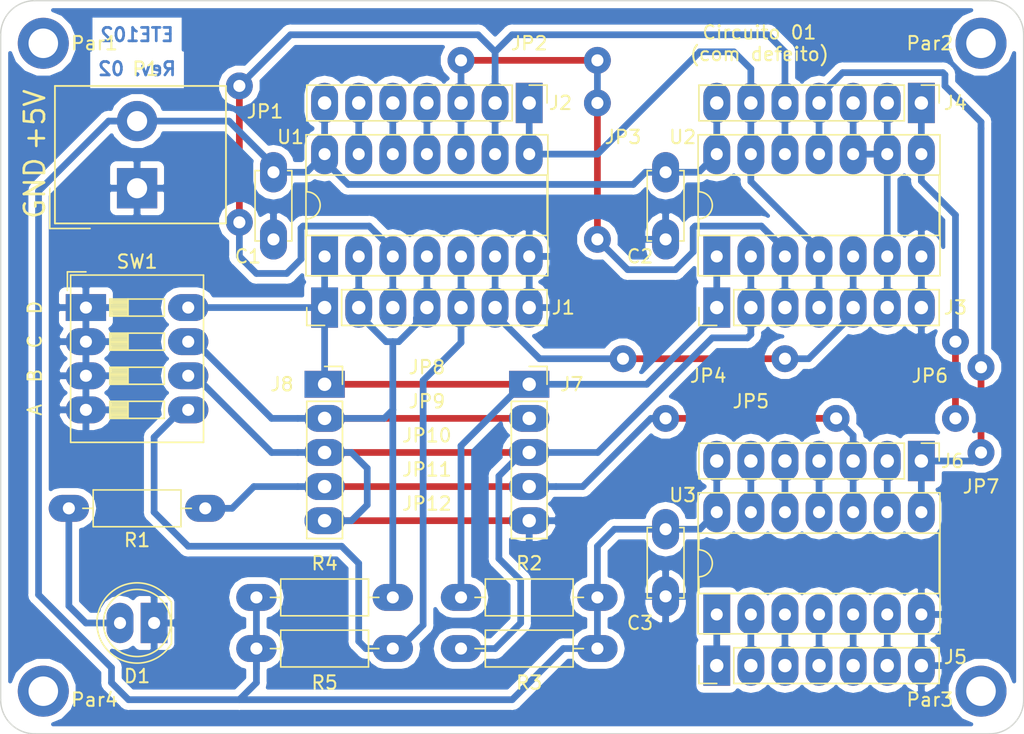
<source format=kicad_pcb>
(kicad_pcb (version 20171130) (host pcbnew "(5.0.2)-1")

  (general
    (thickness 1.6)
    (drawings 44)
    (tracks 229)
    (zones 0)
    (modules 26)
    (nets 29)
  )

  (page A4)
  (title_block
    (title "Circuito 01")
    (date 2019-04-26)
    (rev 02)
    (company "ETE102 - Fundamentos de Circuitos Digitais")
  )

  (layers
    (0 F.Cu jumper)
    (31 B.Cu signal)
    (33 F.Adhes user)
    (35 F.Paste user)
    (37 F.SilkS user)
    (38 B.Mask user)
    (39 F.Mask user)
    (40 Dwgs.User user)
    (41 Cmts.User user)
    (42 Eco1.User user)
    (43 Eco2.User user)
    (44 Edge.Cuts user)
    (45 Margin user)
    (46 B.CrtYd user hide)
    (47 F.CrtYd user hide)
    (49 F.Fab user hide)
  )

  (setup
    (last_trace_width 0.5)
    (user_trace_width 0.5)
    (user_trace_width 0.75)
    (user_trace_width 1)
    (trace_clearance 0.508)
    (zone_clearance 0.508)
    (zone_45_only no)
    (trace_min 0.5)
    (segment_width 0.2)
    (edge_width 0.1)
    (via_size 2)
    (via_drill 0.9)
    (via_min_size 0.6)
    (via_min_drill 0.4)
    (uvia_size 0.6)
    (uvia_drill 0.4)
    (uvias_allowed no)
    (uvia_min_size 0.2)
    (uvia_min_drill 0.1)
    (pcb_text_width 0.15)
    (pcb_text_size 1 1)
    (mod_edge_width 0.15)
    (mod_text_size 1 1)
    (mod_text_width 0.15)
    (pad_size 3 2)
    (pad_drill 1)
    (pad_to_mask_clearance 0)
    (solder_mask_min_width 0.25)
    (aux_axis_origin 0 0)
    (visible_elements 7FFFFFFF)
    (pcbplotparams
      (layerselection 0x01020_ffffffff)
      (usegerberextensions false)
      (usegerberattributes false)
      (usegerberadvancedattributes false)
      (creategerberjobfile false)
      (excludeedgelayer true)
      (linewidth 0.100000)
      (plotframeref false)
      (viasonmask false)
      (mode 1)
      (useauxorigin false)
      (hpglpennumber 1)
      (hpglpenspeed 20)
      (hpglpendiameter 15.000000)
      (psnegative false)
      (psa4output false)
      (plotreference true)
      (plotvalue false)
      (plotinvisibletext false)
      (padsonsilk false)
      (subtractmaskfromsilk false)
      (outputformat 1)
      (mirror false)
      (drillshape 0)
      (scaleselection 1)
      (outputdirectory "gerber-com-defeito/"))
  )

  (net 0 "")
  (net 1 GND)
  (net 2 "Net-(D1-Pad2)")
  (net 3 VCC)
  (net 4 /U1-01)
  (net 5 /U1-08)
  (net 6 /U2-08)
  (net 7 /U3-06)
  (net 8 /U3-05)
  (net 9 /U3-04)
  (net 10 /U3-03)
  (net 11 /U2-11)
  (net 12 /U3-10)
  (net 13 /U3-11)
  (net 14 /U3-12)
  (net 15 /U3-13)
  (net 16 /U1-02)
  (net 17 /U2-02)
  (net 18 /U1-05)
  (net 19 /U1-03)
  (net 20 /U1-10)
  (net 21 /U1-11)
  (net 22 /U1-12)
  (net 23 /U1-06)
  (net 24 /U1-13)
  (net 25 /U2-06)
  (net 26 /U3-02)
  (net 27 /U3-01)
  (net 28 /U3-09)

  (net_class Default "Esta é a classe de net default."
    (clearance 0.508)
    (trace_width 0.5)
    (via_dia 2)
    (via_drill 0.9)
    (uvia_dia 0.6)
    (uvia_drill 0.4)
    (diff_pair_gap 0.25)
    (diff_pair_width 0.5)
    (add_net /U1-01)
    (add_net /U1-02)
    (add_net /U1-03)
    (add_net /U1-05)
    (add_net /U1-06)
    (add_net /U1-08)
    (add_net /U1-10)
    (add_net /U1-11)
    (add_net /U1-12)
    (add_net /U1-13)
    (add_net /U2-02)
    (add_net /U2-06)
    (add_net /U2-08)
    (add_net /U2-11)
    (add_net /U3-01)
    (add_net /U3-02)
    (add_net /U3-03)
    (add_net /U3-04)
    (add_net /U3-05)
    (add_net /U3-06)
    (add_net /U3-09)
    (add_net /U3-10)
    (add_net /U3-11)
    (add_net /U3-12)
    (add_net /U3-13)
    (add_net GND)
    (add_net "Net-(D1-Pad2)")
  )

  (net_class Alimentacao ""
    (clearance 0.508)
    (trace_width 0.5)
    (via_dia 2)
    (via_drill 0.9)
    (uvia_dia 0.6)
    (uvia_drill 0.4)
    (diff_pair_gap 0.25)
    (diff_pair_width 0.5)
    (add_net VCC)
  )

  (module MountingHole:MountingHole_2.2mm_M2_ISO14580_Pad (layer F.Cu) (tedit 5CC38D2A) (tstamp 5CDCE2E5)
    (at 111.125 73.025)
    (descr "Mounting Hole 2.2mm, M2, ISO14580")
    (tags "mounting hole 2.2mm m2 iso14580")
    (attr virtual)
    (fp_text reference Par1 (at 3.81 0) (layer F.SilkS)
      (effects (font (size 1 1) (thickness 0.15)))
    )
    (fp_text value MountingHole_2.2mm_M2_ISO14580_Pad (at 0 2.9) (layer F.Fab) hide
      (effects (font (size 1 1) (thickness 0.15)))
    )
    (fp_text user %R (at 3.81 0 180) (layer F.Fab)
      (effects (font (size 1 1) (thickness 0.15)))
    )
    (fp_circle (center 0 0) (end 1.9 0) (layer Cmts.User) (width 0.15))
    (fp_circle (center 0 0) (end 2.15 0) (layer F.CrtYd) (width 0.05))
    (pad 1 thru_hole circle (at 0 0) (size 3.8 3.8) (drill 2.2) (layers *.Cu *.Mask))
  )

  (module MountingHole:MountingHole_2.2mm_M2_ISO14580_Pad (layer F.Cu) (tedit 5CC38D91) (tstamp 5CDCE2D7)
    (at 111.125 121.285)
    (descr "Mounting Hole 2.2mm, M2, ISO14580")
    (tags "mounting hole 2.2mm m2 iso14580")
    (attr virtual)
    (fp_text reference Par4 (at 3.81 0.635) (layer F.SilkS)
      (effects (font (size 1 1) (thickness 0.15)))
    )
    (fp_text value MountingHole_2.2mm_M2_ISO14580_Pad (at 0 2.9) (layer F.Fab) hide
      (effects (font (size 1 1) (thickness 0.15)))
    )
    (fp_circle (center 0 0) (end 2.15 0) (layer F.CrtYd) (width 0.05))
    (fp_circle (center 0 0) (end 1.9 0) (layer Cmts.User) (width 0.15))
    (fp_text user %R (at 3.81 0) (layer F.Fab)
      (effects (font (size 1 1) (thickness 0.15)))
    )
    (pad 1 thru_hole circle (at 0 0) (size 3.8 3.8) (drill 2.2) (layers *.Cu *.Mask))
  )

  (module MountingHole:MountingHole_2.2mm_M2_ISO14580_Pad (layer F.Cu) (tedit 5CC38D75) (tstamp 5CDCE2C9)
    (at 180.975 121.285)
    (descr "Mounting Hole 2.2mm, M2, ISO14580")
    (tags "mounting hole 2.2mm m2 iso14580")
    (attr virtual)
    (fp_text reference Par3 (at -3.81 0.635) (layer F.SilkS)
      (effects (font (size 1 1) (thickness 0.15)))
    )
    (fp_text value MountingHole_2.2mm_M2_ISO14580_Pad (at 0 2.9) (layer F.Fab) hide
      (effects (font (size 1 1) (thickness 0.15)))
    )
    (fp_text user %R (at -3.81 0.635) (layer F.Fab)
      (effects (font (size 1 1) (thickness 0.15)))
    )
    (fp_circle (center 0 0) (end 1.9 0) (layer Cmts.User) (width 0.15))
    (fp_circle (center 0 0) (end 2.15 0) (layer F.CrtYd) (width 0.05))
    (pad 1 thru_hole circle (at 0 0) (size 3.8 3.8) (drill 2.2) (layers *.Cu *.Mask))
  )

  (module LED_THT:LED_D5.0mm (layer F.Cu) (tedit 5CC39212) (tstamp 5CDA16AB)
    (at 119.38 116.205 180)
    (descr "LED, diameter 5.0mm, 2 pins, http://cdn-reichelt.de/documents/datenblatt/A500/LL-504BC2E-009.pdf")
    (tags "LED diameter 5.0mm 2 pins")
    (path /5B295E8B)
    (fp_text reference D1 (at 1.27 -3.96 180) (layer F.SilkS)
      (effects (font (size 1 1) (thickness 0.15)))
    )
    (fp_text value LED_ALT (at 1.27 3.96 180) (layer F.Fab)
      (effects (font (size 1 1) (thickness 0.15)))
    )
    (fp_arc (start 1.27 0) (end -1.23 -1.469694) (angle 299.1) (layer F.Fab) (width 0.1))
    (fp_arc (start 1.27 0) (end -1.29 -1.54483) (angle 148.9) (layer F.SilkS) (width 0.12))
    (fp_arc (start 1.27 0) (end -1.29 1.54483) (angle -148.9) (layer F.SilkS) (width 0.12))
    (fp_circle (center 1.27 0) (end 3.77 0) (layer F.Fab) (width 0.1))
    (fp_circle (center 1.27 0) (end 3.77 0) (layer F.SilkS) (width 0.12))
    (fp_line (start -1.23 -1.469694) (end -1.23 1.469694) (layer F.Fab) (width 0.1))
    (fp_line (start -1.29 -1.545) (end -1.29 1.545) (layer F.SilkS) (width 0.12))
    (fp_line (start -1.95 -3.25) (end -1.95 3.25) (layer F.CrtYd) (width 0.05))
    (fp_line (start -1.95 3.25) (end 4.5 3.25) (layer F.CrtYd) (width 0.05))
    (fp_line (start 4.5 3.25) (end 4.5 -3.25) (layer F.CrtYd) (width 0.05))
    (fp_line (start 4.5 -3.25) (end -1.95 -3.25) (layer F.CrtYd) (width 0.05))
    (fp_text user %R (at 1.25 -3.81 180) (layer F.Fab)
      (effects (font (size 0.8 0.8) (thickness 0.2)))
    )
    (pad 1 thru_hole rect (at 0 0 180) (size 2 3) (drill 0.9) (layers *.Cu *.Mask)
      (net 1 GND))
    (pad 2 thru_hole oval (at 2.54 0 180) (size 2 3) (drill 0.9) (layers *.Cu *.Mask)
      (net 2 "Net-(D1-Pad2)"))
    (model ${KISYS3DMOD}/LED_THT.3dshapes/LED_D5.0mm.wrl
      (at (xyz 0 0 0))
      (scale (xyz 1 1 1))
      (rotate (xyz 0 0 0))
    )
  )

  (module Connector_PinSocket_2.54mm:PinSocket_1x05_P2.54mm_Vertical (layer F.Cu) (tedit 5CC23B21) (tstamp 5CDB77B7)
    (at 132.08 98.425)
    (descr "Through hole straight socket strip, 1x05, 2.54mm pitch, single row (from Kicad 4.0.7), script generated")
    (tags "Through hole socket strip THT 1x05 2.54mm single row")
    (path /5CC8A34A)
    (fp_text reference J8 (at -3.175 0) (layer F.SilkS)
      (effects (font (size 1 1) (thickness 0.15)))
    )
    (fp_text value Conn_01x05 (at -2.54 5.08 90) (layer F.Fab)
      (effects (font (size 1 1) (thickness 0.15)))
    )
    (fp_text user %R (at 0 -1.905 180) (layer F.Fab)
      (effects (font (size 1 1) (thickness 0.15)))
    )
    (fp_line (start -1.8 11.9) (end -1.8 -1.8) (layer F.CrtYd) (width 0.05))
    (fp_line (start 1.75 11.9) (end -1.8 11.9) (layer F.CrtYd) (width 0.05))
    (fp_line (start 1.75 -1.8) (end 1.75 11.9) (layer F.CrtYd) (width 0.05))
    (fp_line (start -1.8 -1.8) (end 1.75 -1.8) (layer F.CrtYd) (width 0.05))
    (fp_line (start 0 -1.33) (end 1.33 -1.33) (layer F.SilkS) (width 0.12))
    (fp_line (start 1.33 -1.33) (end 1.33 0) (layer F.SilkS) (width 0.12))
    (fp_line (start 1.33 1.27) (end 1.33 11.49) (layer F.SilkS) (width 0.12))
    (fp_line (start -1.33 11.49) (end 1.33 11.49) (layer F.SilkS) (width 0.12))
    (fp_line (start -1.33 1.27) (end -1.33 11.49) (layer F.SilkS) (width 0.12))
    (fp_line (start -1.33 1.27) (end 1.33 1.27) (layer F.SilkS) (width 0.12))
    (fp_line (start -1.27 11.43) (end -1.27 -1.27) (layer F.Fab) (width 0.1))
    (fp_line (start 1.27 11.43) (end -1.27 11.43) (layer F.Fab) (width 0.1))
    (fp_line (start 1.27 -0.635) (end 1.27 11.43) (layer F.Fab) (width 0.1))
    (fp_line (start 0.635 -1.27) (end 1.27 -0.635) (layer F.Fab) (width 0.1))
    (fp_line (start -1.27 -1.27) (end 0.635 -1.27) (layer F.Fab) (width 0.1))
    (pad 5 thru_hole oval (at 0 10.16) (size 3 2) (drill 1) (layers *.Cu *.Mask)
      (net 17 /U2-02))
    (pad 4 thru_hole oval (at 0 7.62) (size 3 2) (drill 1) (layers *.Cu *.Mask)
      (net 12 /U3-10))
    (pad 3 thru_hole oval (at 0 5.08) (size 3 2) (drill 1) (layers *.Cu *.Mask)
      (net 17 /U2-02))
    (pad 2 thru_hole oval (at 0 2.54) (size 3 2) (drill 1) (layers *.Cu *.Mask)
      (net 16 /U1-02))
    (pad 1 thru_hole rect (at 0 0) (size 3 2) (drill 1) (layers *.Cu *.Mask)
      (net 4 /U1-01))
    (model ${KISYS3DMOD}/Connector_PinSocket_2.54mm.3dshapes/PinSocket_1x05_P2.54mm_Vertical.wrl
      (at (xyz 0 0 0))
      (scale (xyz 1 1 1))
      (rotate (xyz 0 0 0))
    )
  )

  (module Connector_PinSocket_2.54mm:PinSocket_1x05_P2.54mm_Vertical (layer F.Cu) (tedit 5A19A420) (tstamp 5CDC302C)
    (at 147.32 98.425)
    (descr "Through hole straight socket strip, 1x05, 2.54mm pitch, single row (from Kicad 4.0.7), script generated")
    (tags "Through hole socket strip THT 1x05 2.54mm single row")
    (path /5CC5816F)
    (fp_text reference J7 (at 3.175 0) (layer F.SilkS)
      (effects (font (size 1 1) (thickness 0.15)))
    )
    (fp_text value Conn_01x05 (at 2.54 5.08 90) (layer F.Fab)
      (effects (font (size 1 1) (thickness 0.15)))
    )
    (fp_text user %R (at 0 -1.905 180) (layer F.Fab)
      (effects (font (size 1 1) (thickness 0.15)))
    )
    (fp_line (start -1.8 11.9) (end -1.8 -1.8) (layer F.CrtYd) (width 0.05))
    (fp_line (start 1.75 11.9) (end -1.8 11.9) (layer F.CrtYd) (width 0.05))
    (fp_line (start 1.75 -1.8) (end 1.75 11.9) (layer F.CrtYd) (width 0.05))
    (fp_line (start -1.8 -1.8) (end 1.75 -1.8) (layer F.CrtYd) (width 0.05))
    (fp_line (start 0 -1.33) (end 1.33 -1.33) (layer F.SilkS) (width 0.12))
    (fp_line (start 1.33 -1.33) (end 1.33 0) (layer F.SilkS) (width 0.12))
    (fp_line (start 1.33 1.27) (end 1.33 11.49) (layer F.SilkS) (width 0.12))
    (fp_line (start -1.33 11.49) (end 1.33 11.49) (layer F.SilkS) (width 0.12))
    (fp_line (start -1.33 1.27) (end -1.33 11.49) (layer F.SilkS) (width 0.12))
    (fp_line (start -1.33 1.27) (end 1.33 1.27) (layer F.SilkS) (width 0.12))
    (fp_line (start -1.27 11.43) (end -1.27 -1.27) (layer F.Fab) (width 0.1))
    (fp_line (start 1.27 11.43) (end -1.27 11.43) (layer F.Fab) (width 0.1))
    (fp_line (start 1.27 -0.635) (end 1.27 11.43) (layer F.Fab) (width 0.1))
    (fp_line (start 0.635 -1.27) (end 1.27 -0.635) (layer F.Fab) (width 0.1))
    (fp_line (start -1.27 -1.27) (end 0.635 -1.27) (layer F.Fab) (width 0.1))
    (pad 5 thru_hole oval (at 0 10.16) (size 3 2) (drill 1) (layers *.Cu *.Mask)
      (net 1 GND))
    (pad 4 thru_hole oval (at 0 7.62) (size 3 2) (drill 1) (layers *.Cu *.Mask)
      (net 12 /U3-10))
    (pad 3 thru_hole oval (at 0 5.08) (size 3 2) (drill 1) (layers *.Cu *.Mask)
      (net 17 /U2-02))
    (pad 2 thru_hole oval (at 0 2.54) (size 3 2) (drill 1) (layers *.Cu *.Mask)
      (net 16 /U1-02))
    (pad 1 thru_hole rect (at 0 0) (size 3 2) (drill 1) (layers *.Cu *.Mask)
      (net 4 /U1-01))
    (model ${KISYS3DMOD}/Connector_PinSocket_2.54mm.3dshapes/PinSocket_1x05_P2.54mm_Vertical.wrl
      (at (xyz 0 0 0))
      (scale (xyz 1 1 1))
      (rotate (xyz 0 0 0))
    )
  )

  (module Capacitor_THT:C_Disc_D5.0mm_W2.5mm_P5.00mm (layer F.Cu) (tedit 5AE50EF0) (tstamp 5CCB99FA)
    (at 157.48 82.63 270)
    (descr "C, Disc series, Radial, pin pitch=5.00mm, , diameter*width=5*2.5mm^2, Capacitor, http://cdn-reichelt.de/documents/datenblatt/B300/DS_KERKO_TC.pdf")
    (tags "C Disc series Radial pin pitch 5.00mm  diameter 5mm width 2.5mm Capacitor")
    (path /5CC2315F)
    (fp_text reference C2 (at 6.27 1.905) (layer F.SilkS)
      (effects (font (size 1 1) (thickness 0.15)))
    )
    (fp_text value 10nF (at 2.5 2.5 270) (layer F.Fab)
      (effects (font (size 1 1) (thickness 0.15)))
    )
    (fp_text user %R (at 2.5 0 270) (layer F.Fab)
      (effects (font (size 1 1) (thickness 0.15)))
    )
    (fp_line (start 6.05 -1.5) (end -1.05 -1.5) (layer F.CrtYd) (width 0.05))
    (fp_line (start 6.05 1.5) (end 6.05 -1.5) (layer F.CrtYd) (width 0.05))
    (fp_line (start -1.05 1.5) (end 6.05 1.5) (layer F.CrtYd) (width 0.05))
    (fp_line (start -1.05 -1.5) (end -1.05 1.5) (layer F.CrtYd) (width 0.05))
    (fp_line (start 5.12 1.055) (end 5.12 1.37) (layer F.SilkS) (width 0.12))
    (fp_line (start 5.12 -1.37) (end 5.12 -1.055) (layer F.SilkS) (width 0.12))
    (fp_line (start -0.12 1.055) (end -0.12 1.37) (layer F.SilkS) (width 0.12))
    (fp_line (start -0.12 -1.37) (end -0.12 -1.055) (layer F.SilkS) (width 0.12))
    (fp_line (start -0.12 1.37) (end 5.12 1.37) (layer F.SilkS) (width 0.12))
    (fp_line (start -0.12 -1.37) (end 5.12 -1.37) (layer F.SilkS) (width 0.12))
    (fp_line (start 5 -1.25) (end 0 -1.25) (layer F.Fab) (width 0.1))
    (fp_line (start 5 1.25) (end 5 -1.25) (layer F.Fab) (width 0.1))
    (fp_line (start 0 1.25) (end 5 1.25) (layer F.Fab) (width 0.1))
    (fp_line (start 0 -1.25) (end 0 1.25) (layer F.Fab) (width 0.1))
    (pad 2 thru_hole oval (at 5 0 270) (size 3 2) (drill 0.9) (layers *.Cu *.Mask)
      (net 1 GND))
    (pad 1 thru_hole oval (at 0 0 270) (size 3 2) (drill 0.9) (layers *.Cu *.Mask)
      (net 3 VCC))
    (model ${KISYS3DMOD}/Capacitor_THT.3dshapes/C_Disc_D5.0mm_W2.5mm_P5.00mm.wrl
      (at (xyz 0 0 0))
      (scale (xyz 1 1 1))
      (rotate (xyz 0 0 0))
    )
  )

  (module Connector_PinHeader_2.54mm:PinHeader_1x07_P2.54mm_Vertical (layer F.Cu) (tedit 5CBE561D) (tstamp 5CDB7613)
    (at 132.08 92.71 90)
    (descr "Through hole straight pin header, 1x07, 2.54mm pitch, single row")
    (tags "Through hole pin header THT 1x07 2.54mm single row")
    (path /5CB8B7AC)
    (fp_text reference J1 (at 0 17.78) (layer F.SilkS)
      (effects (font (size 1 1) (thickness 0.15)))
    )
    (fp_text value Conn_01x07_Male (at -2.54 7.62 180) (layer F.Fab)
      (effects (font (size 1 1) (thickness 0.15)))
    )
    (fp_text user %R (at 0 17.78 180) (layer F.Fab)
      (effects (font (size 1 1) (thickness 0.15)))
    )
    (fp_line (start 1.8 -1.8) (end -1.8 -1.8) (layer F.CrtYd) (width 0.05))
    (fp_line (start 1.8 17.05) (end 1.8 -1.8) (layer F.CrtYd) (width 0.05))
    (fp_line (start -1.8 17.05) (end 1.8 17.05) (layer F.CrtYd) (width 0.05))
    (fp_line (start -1.8 -1.8) (end -1.8 17.05) (layer F.CrtYd) (width 0.05))
    (fp_line (start -1.33 -1.33) (end 0 -1.33) (layer F.SilkS) (width 0.12))
    (fp_line (start -1.33 0) (end -1.33 -1.33) (layer F.SilkS) (width 0.12))
    (fp_line (start -1.33 1.27) (end 1.33 1.27) (layer F.SilkS) (width 0.12))
    (fp_line (start 1.33 1.27) (end 1.33 16.57) (layer F.SilkS) (width 0.12))
    (fp_line (start -1.33 1.27) (end -1.33 16.57) (layer F.SilkS) (width 0.12))
    (fp_line (start -1.33 16.57) (end 1.33 16.57) (layer F.SilkS) (width 0.12))
    (fp_line (start -1.27 -0.635) (end -0.635 -1.27) (layer F.Fab) (width 0.1))
    (fp_line (start -1.27 16.51) (end -1.27 -0.635) (layer F.Fab) (width 0.1))
    (fp_line (start 1.27 16.51) (end -1.27 16.51) (layer F.Fab) (width 0.1))
    (fp_line (start 1.27 -1.27) (end 1.27 16.51) (layer F.Fab) (width 0.1))
    (fp_line (start -0.635 -1.27) (end 1.27 -1.27) (layer F.Fab) (width 0.1))
    (pad 7 thru_hole oval (at 0 15.24 90) (size 3 2) (drill 1) (layers *.Cu *.Mask)
      (net 1 GND))
    (pad 6 thru_hole oval (at 0 12.7 90) (size 3 2) (drill 1) (layers *.Cu *.Mask)
      (net 23 /U1-06))
    (pad 5 thru_hole oval (at 0 10.16 90) (size 3 2) (drill 1) (layers *.Cu *.Mask)
      (net 18 /U1-05))
    (pad 4 thru_hole oval (at 0 7.62 90) (size 3 2) (drill 1) (layers *.Cu *.Mask)
      (net 16 /U1-02))
    (pad 3 thru_hole oval (at 0 5.08 90) (size 3 2) (drill 1) (layers *.Cu *.Mask)
      (net 19 /U1-03))
    (pad 2 thru_hole oval (at 0 2.54 90) (size 3 2) (drill 1) (layers *.Cu *.Mask)
      (net 16 /U1-02))
    (pad 1 thru_hole rect (at 0 0 90) (size 3 2) (drill 1) (layers *.Cu *.Mask)
      (net 4 /U1-01))
    (model ${KISYS3DMOD}/Connector_PinHeader_2.54mm.3dshapes/PinHeader_1x07_P2.54mm_Vertical.wrl
      (at (xyz 0 0 0))
      (scale (xyz 1 1 1))
      (rotate (xyz 0 0 0))
    )
  )

  (module Connector_PinHeader_2.54mm:PinHeader_1x07_P2.54mm_Vertical (layer F.Cu) (tedit 59FED5CC) (tstamp 5CDB24BF)
    (at 147.32 77.47 270)
    (descr "Through hole straight pin header, 1x07, 2.54mm pitch, single row")
    (tags "Through hole pin header THT 1x07 2.54mm single row")
    (path /5CBA7D2F)
    (fp_text reference J2 (at 0 -2.33) (layer F.SilkS)
      (effects (font (size 1 1) (thickness 0.15)))
    )
    (fp_text value Conn_01x07_Male (at -2.54 12.7) (layer F.Fab)
      (effects (font (size 1 1) (thickness 0.15)))
    )
    (fp_line (start -0.635 -1.27) (end 1.27 -1.27) (layer F.Fab) (width 0.1))
    (fp_line (start 1.27 -1.27) (end 1.27 16.51) (layer F.Fab) (width 0.1))
    (fp_line (start 1.27 16.51) (end -1.27 16.51) (layer F.Fab) (width 0.1))
    (fp_line (start -1.27 16.51) (end -1.27 -0.635) (layer F.Fab) (width 0.1))
    (fp_line (start -1.27 -0.635) (end -0.635 -1.27) (layer F.Fab) (width 0.1))
    (fp_line (start -1.33 16.57) (end 1.33 16.57) (layer F.SilkS) (width 0.12))
    (fp_line (start -1.33 1.27) (end -1.33 16.57) (layer F.SilkS) (width 0.12))
    (fp_line (start 1.33 1.27) (end 1.33 16.57) (layer F.SilkS) (width 0.12))
    (fp_line (start -1.33 1.27) (end 1.33 1.27) (layer F.SilkS) (width 0.12))
    (fp_line (start -1.33 0) (end -1.33 -1.33) (layer F.SilkS) (width 0.12))
    (fp_line (start -1.33 -1.33) (end 0 -1.33) (layer F.SilkS) (width 0.12))
    (fp_line (start -1.8 -1.8) (end -1.8 17.05) (layer F.CrtYd) (width 0.05))
    (fp_line (start -1.8 17.05) (end 1.8 17.05) (layer F.CrtYd) (width 0.05))
    (fp_line (start 1.8 17.05) (end 1.8 -1.8) (layer F.CrtYd) (width 0.05))
    (fp_line (start 1.8 -1.8) (end -1.8 -1.8) (layer F.CrtYd) (width 0.05))
    (fp_text user %R (at 0 -2.54) (layer F.Fab)
      (effects (font (size 1 1) (thickness 0.15)))
    )
    (pad 1 thru_hole rect (at 0 0 270) (size 3 2) (drill 1) (layers *.Cu *.Mask)
      (net 5 /U1-08))
    (pad 2 thru_hole oval (at 0 2.54 270) (size 3 2) (drill 1) (layers *.Cu *.Mask)
      (net 19 /U1-03))
    (pad 3 thru_hole oval (at 0 5.08 270) (size 3 2) (drill 1) (layers *.Cu *.Mask)
      (net 20 /U1-10))
    (pad 4 thru_hole oval (at 0 7.62 270) (size 3 2) (drill 1) (layers *.Cu *.Mask)
      (net 21 /U1-11))
    (pad 5 thru_hole oval (at 0 10.16 270) (size 3 2) (drill 1) (layers *.Cu *.Mask)
      (net 22 /U1-12))
    (pad 6 thru_hole oval (at 0 12.7 270) (size 3 2) (drill 1) (layers *.Cu *.Mask)
      (net 24 /U1-13))
    (pad 7 thru_hole oval (at 0 15.24 270) (size 3 2) (drill 1) (layers *.Cu *.Mask)
      (net 3 VCC))
    (model ${KISYS3DMOD}/Connector_PinHeader_2.54mm.3dshapes/PinHeader_1x07_P2.54mm_Vertical.wrl
      (at (xyz 0 0 0))
      (scale (xyz 1 1 1))
      (rotate (xyz 0 0 0))
    )
  )

  (module Connector_PinHeader_2.54mm:PinHeader_1x07_P2.54mm_Vertical (layer F.Cu) (tedit 59FED5CC) (tstamp 5CCB8C1C)
    (at 161.29 92.71 90)
    (descr "Through hole straight pin header, 1x07, 2.54mm pitch, single row")
    (tags "Through hole pin header THT 1x07 2.54mm single row")
    (path /5CBAAE34)
    (fp_text reference J3 (at 0 17.78 180) (layer F.SilkS)
      (effects (font (size 1 1) (thickness 0.15)))
    )
    (fp_text value Conn_01x07_Male (at -2.54 1.905 180) (layer F.Fab)
      (effects (font (size 1 1) (thickness 0.15)))
    )
    (fp_text user %R (at 0 17.78 180) (layer F.Fab)
      (effects (font (size 1 1) (thickness 0.15)))
    )
    (fp_line (start 1.8 -1.8) (end -1.8 -1.8) (layer F.CrtYd) (width 0.05))
    (fp_line (start 1.8 17.05) (end 1.8 -1.8) (layer F.CrtYd) (width 0.05))
    (fp_line (start -1.8 17.05) (end 1.8 17.05) (layer F.CrtYd) (width 0.05))
    (fp_line (start -1.8 -1.8) (end -1.8 17.05) (layer F.CrtYd) (width 0.05))
    (fp_line (start -1.33 -1.33) (end 0 -1.33) (layer F.SilkS) (width 0.12))
    (fp_line (start -1.33 0) (end -1.33 -1.33) (layer F.SilkS) (width 0.12))
    (fp_line (start -1.33 1.27) (end 1.33 1.27) (layer F.SilkS) (width 0.12))
    (fp_line (start 1.33 1.27) (end 1.33 16.57) (layer F.SilkS) (width 0.12))
    (fp_line (start -1.33 1.27) (end -1.33 16.57) (layer F.SilkS) (width 0.12))
    (fp_line (start -1.33 16.57) (end 1.33 16.57) (layer F.SilkS) (width 0.12))
    (fp_line (start -1.27 -0.635) (end -0.635 -1.27) (layer F.Fab) (width 0.1))
    (fp_line (start -1.27 16.51) (end -1.27 -0.635) (layer F.Fab) (width 0.1))
    (fp_line (start 1.27 16.51) (end -1.27 16.51) (layer F.Fab) (width 0.1))
    (fp_line (start 1.27 -1.27) (end 1.27 16.51) (layer F.Fab) (width 0.1))
    (fp_line (start -0.635 -1.27) (end 1.27 -1.27) (layer F.Fab) (width 0.1))
    (pad 7 thru_hole oval (at 0 15.24 90) (size 3 2) (drill 1) (layers *.Cu *.Mask)
      (net 1 GND))
    (pad 6 thru_hole oval (at 0 12.7 90) (size 3 2) (drill 1) (layers *.Cu *.Mask)
      (net 25 /U2-06))
    (pad 5 thru_hole oval (at 0 10.16 90) (size 3 2) (drill 1) (layers *.Cu *.Mask)
      (net 23 /U1-06))
    (pad 4 thru_hole oval (at 0 7.62 90) (size 3 2) (drill 1) (layers *.Cu *.Mask)
      (net 5 /U1-08))
    (pad 3 thru_hole oval (at 0 5.08 90) (size 3 2) (drill 1) (layers *.Cu *.Mask)
      (net 20 /U1-10))
    (pad 2 thru_hole oval (at 0 2.54 90) (size 3 2) (drill 1) (layers *.Cu *.Mask)
      (net 17 /U2-02))
    (pad 1 thru_hole rect (at 0 0 90) (size 3 2) (drill 1) (layers *.Cu *.Mask)
      (net 4 /U1-01))
    (model ${KISYS3DMOD}/Connector_PinHeader_2.54mm.3dshapes/PinHeader_1x07_P2.54mm_Vertical.wrl
      (at (xyz 0 0 0))
      (scale (xyz 1 1 1))
      (rotate (xyz 0 0 0))
    )
  )

  (module Connector_PinHeader_2.54mm:PinHeader_1x07_P2.54mm_Vertical (layer F.Cu) (tedit 59FED5CC) (tstamp 5CCB8B80)
    (at 176.53 77.47 270)
    (descr "Through hole straight pin header, 1x07, 2.54mm pitch, single row")
    (tags "Through hole pin header THT 1x07 2.54mm single row")
    (path /5CBAAE49)
    (fp_text reference J4 (at 0 -2.54) (layer F.SilkS)
      (effects (font (size 1 1) (thickness 0.15)))
    )
    (fp_text value Conn_01x07_Male (at -2.54 7.62) (layer F.Fab)
      (effects (font (size 1 1) (thickness 0.15)))
    )
    (fp_line (start -0.635 -1.27) (end 1.27 -1.27) (layer F.Fab) (width 0.1))
    (fp_line (start 1.27 -1.27) (end 1.27 16.51) (layer F.Fab) (width 0.1))
    (fp_line (start 1.27 16.51) (end -1.27 16.51) (layer F.Fab) (width 0.1))
    (fp_line (start -1.27 16.51) (end -1.27 -0.635) (layer F.Fab) (width 0.1))
    (fp_line (start -1.27 -0.635) (end -0.635 -1.27) (layer F.Fab) (width 0.1))
    (fp_line (start -1.33 16.57) (end 1.33 16.57) (layer F.SilkS) (width 0.12))
    (fp_line (start -1.33 1.27) (end -1.33 16.57) (layer F.SilkS) (width 0.12))
    (fp_line (start 1.33 1.27) (end 1.33 16.57) (layer F.SilkS) (width 0.12))
    (fp_line (start -1.33 1.27) (end 1.33 1.27) (layer F.SilkS) (width 0.12))
    (fp_line (start -1.33 0) (end -1.33 -1.33) (layer F.SilkS) (width 0.12))
    (fp_line (start -1.33 -1.33) (end 0 -1.33) (layer F.SilkS) (width 0.12))
    (fp_line (start -1.8 -1.8) (end -1.8 17.05) (layer F.CrtYd) (width 0.05))
    (fp_line (start -1.8 17.05) (end 1.8 17.05) (layer F.CrtYd) (width 0.05))
    (fp_line (start 1.8 17.05) (end 1.8 -1.8) (layer F.CrtYd) (width 0.05))
    (fp_line (start 1.8 -1.8) (end -1.8 -1.8) (layer F.CrtYd) (width 0.05))
    (fp_text user %R (at 0 -2.54) (layer F.Fab)
      (effects (font (size 1 1) (thickness 0.15)))
    )
    (pad 1 thru_hole rect (at 0 0 270) (size 3 2) (drill 1) (layers *.Cu *.Mask)
      (net 6 /U2-08))
    (pad 2 thru_hole oval (at 0 2.54 270) (size 3 2) (drill 1) (layers *.Cu *.Mask)
      (net 25 /U2-06))
    (pad 3 thru_hole oval (at 0 5.08 270) (size 3 2) (drill 1) (layers *.Cu *.Mask)
      (net 25 /U2-06))
    (pad 4 thru_hole oval (at 0 7.62 270) (size 3 2) (drill 1) (layers *.Cu *.Mask)
      (net 11 /U2-11))
    (pad 5 thru_hole oval (at 0 10.16 270) (size 3 2) (drill 1) (layers *.Cu *.Mask)
      (net 19 /U1-03))
    (pad 6 thru_hole oval (at 0 12.7 270) (size 3 2) (drill 1) (layers *.Cu *.Mask)
      (net 5 /U1-08))
    (pad 7 thru_hole oval (at 0 15.24 270) (size 3 2) (drill 1) (layers *.Cu *.Mask)
      (net 3 VCC))
    (model ${KISYS3DMOD}/Connector_PinHeader_2.54mm.3dshapes/PinHeader_1x07_P2.54mm_Vertical.wrl
      (at (xyz 0 0 0))
      (scale (xyz 1 1 1))
      (rotate (xyz 0 0 0))
    )
  )

  (module Connector_PinHeader_2.54mm:PinHeader_1x07_P2.54mm_Vertical (layer F.Cu) (tedit 59FED5CC) (tstamp 5CCB9DEC)
    (at 161.29 119.38 90)
    (descr "Through hole straight pin header, 1x07, 2.54mm pitch, single row")
    (tags "Through hole pin header THT 1x07 2.54mm single row")
    (path /5CBAFBBC)
    (fp_text reference J5 (at 0.635 17.78 180) (layer F.SilkS)
      (effects (font (size 1 1) (thickness 0.15)))
    )
    (fp_text value Conn_01x07_Male (at -2.54 5.08 180) (layer F.Fab)
      (effects (font (size 1 1) (thickness 0.15)))
    )
    (fp_text user %R (at 0.635 17.78 180) (layer F.Fab)
      (effects (font (size 1 1) (thickness 0.15)))
    )
    (fp_line (start 1.8 -1.8) (end -1.8 -1.8) (layer F.CrtYd) (width 0.05))
    (fp_line (start 1.8 17.05) (end 1.8 -1.8) (layer F.CrtYd) (width 0.05))
    (fp_line (start -1.8 17.05) (end 1.8 17.05) (layer F.CrtYd) (width 0.05))
    (fp_line (start -1.8 -1.8) (end -1.8 17.05) (layer F.CrtYd) (width 0.05))
    (fp_line (start -1.33 -1.33) (end 0 -1.33) (layer F.SilkS) (width 0.12))
    (fp_line (start -1.33 0) (end -1.33 -1.33) (layer F.SilkS) (width 0.12))
    (fp_line (start -1.33 1.27) (end 1.33 1.27) (layer F.SilkS) (width 0.12))
    (fp_line (start 1.33 1.27) (end 1.33 16.57) (layer F.SilkS) (width 0.12))
    (fp_line (start -1.33 1.27) (end -1.33 16.57) (layer F.SilkS) (width 0.12))
    (fp_line (start -1.33 16.57) (end 1.33 16.57) (layer F.SilkS) (width 0.12))
    (fp_line (start -1.27 -0.635) (end -0.635 -1.27) (layer F.Fab) (width 0.1))
    (fp_line (start -1.27 16.51) (end -1.27 -0.635) (layer F.Fab) (width 0.1))
    (fp_line (start 1.27 16.51) (end -1.27 16.51) (layer F.Fab) (width 0.1))
    (fp_line (start 1.27 -1.27) (end 1.27 16.51) (layer F.Fab) (width 0.1))
    (fp_line (start -0.635 -1.27) (end 1.27 -1.27) (layer F.Fab) (width 0.1))
    (pad 7 thru_hole oval (at 0 15.24 90) (size 3 2) (drill 1) (layers *.Cu *.Mask)
      (net 1 GND))
    (pad 6 thru_hole oval (at 0 12.7 90) (size 3 2) (drill 1) (layers *.Cu *.Mask)
      (net 7 /U3-06))
    (pad 5 thru_hole oval (at 0 10.16 90) (size 3 2) (drill 1) (layers *.Cu *.Mask)
      (net 8 /U3-05))
    (pad 4 thru_hole oval (at 0 7.62 90) (size 3 2) (drill 1) (layers *.Cu *.Mask)
      (net 9 /U3-04))
    (pad 3 thru_hole oval (at 0 5.08 90) (size 3 2) (drill 1) (layers *.Cu *.Mask)
      (net 10 /U3-03))
    (pad 2 thru_hole oval (at 0 2.54 90) (size 3 2) (drill 1) (layers *.Cu *.Mask)
      (net 26 /U3-02))
    (pad 1 thru_hole rect (at 0 0 90) (size 3 2) (drill 1) (layers *.Cu *.Mask)
      (net 27 /U3-01))
    (model ${KISYS3DMOD}/Connector_PinHeader_2.54mm.3dshapes/PinHeader_1x07_P2.54mm_Vertical.wrl
      (at (xyz 0 0 0))
      (scale (xyz 1 1 1))
      (rotate (xyz 0 0 0))
    )
  )

  (module Connector_PinHeader_2.54mm:PinHeader_1x07_P2.54mm_Vertical (layer F.Cu) (tedit 59FED5CC) (tstamp 5CCB882A)
    (at 176.53 104.14 270)
    (descr "Through hole straight pin header, 1x07, 2.54mm pitch, single row")
    (tags "Through hole pin header THT 1x07 2.54mm single row")
    (path /5CBAFBD1)
    (fp_text reference J6 (at 0 -2.33) (layer F.SilkS)
      (effects (font (size 1 1) (thickness 0.15)))
    )
    (fp_text value Conn_01x07_Male (at -1.905 13.335) (layer F.Fab)
      (effects (font (size 1 1) (thickness 0.15)))
    )
    (fp_line (start -0.635 -1.27) (end 1.27 -1.27) (layer F.Fab) (width 0.1))
    (fp_line (start 1.27 -1.27) (end 1.27 16.51) (layer F.Fab) (width 0.1))
    (fp_line (start 1.27 16.51) (end -1.27 16.51) (layer F.Fab) (width 0.1))
    (fp_line (start -1.27 16.51) (end -1.27 -0.635) (layer F.Fab) (width 0.1))
    (fp_line (start -1.27 -0.635) (end -0.635 -1.27) (layer F.Fab) (width 0.1))
    (fp_line (start -1.33 16.57) (end 1.33 16.57) (layer F.SilkS) (width 0.12))
    (fp_line (start -1.33 1.27) (end -1.33 16.57) (layer F.SilkS) (width 0.12))
    (fp_line (start 1.33 1.27) (end 1.33 16.57) (layer F.SilkS) (width 0.12))
    (fp_line (start -1.33 1.27) (end 1.33 1.27) (layer F.SilkS) (width 0.12))
    (fp_line (start -1.33 0) (end -1.33 -1.33) (layer F.SilkS) (width 0.12))
    (fp_line (start -1.33 -1.33) (end 0 -1.33) (layer F.SilkS) (width 0.12))
    (fp_line (start -1.8 -1.8) (end -1.8 17.05) (layer F.CrtYd) (width 0.05))
    (fp_line (start -1.8 17.05) (end 1.8 17.05) (layer F.CrtYd) (width 0.05))
    (fp_line (start 1.8 17.05) (end 1.8 -1.8) (layer F.CrtYd) (width 0.05))
    (fp_line (start 1.8 -1.8) (end -1.8 -1.8) (layer F.CrtYd) (width 0.05))
    (fp_text user %R (at 0 -2.54) (layer F.Fab)
      (effects (font (size 1 1) (thickness 0.15)))
    )
    (pad 1 thru_hole rect (at 0 0 270) (size 3 2) (drill 1) (layers *.Cu *.Mask)
      (net 11 /U2-11))
    (pad 2 thru_hole oval (at 0 2.54 270) (size 3 2) (drill 1) (layers *.Cu *.Mask)
      (net 28 /U3-09))
    (pad 3 thru_hole oval (at 0 5.08 270) (size 3 2) (drill 1) (layers *.Cu *.Mask)
      (net 12 /U3-10))
    (pad 4 thru_hole oval (at 0 7.62 270) (size 3 2) (drill 1) (layers *.Cu *.Mask)
      (net 13 /U3-11))
    (pad 5 thru_hole oval (at 0 10.16 270) (size 3 2) (drill 1) (layers *.Cu *.Mask)
      (net 14 /U3-12))
    (pad 6 thru_hole oval (at 0 12.7 270) (size 3 2) (drill 1) (layers *.Cu *.Mask)
      (net 15 /U3-13))
    (pad 7 thru_hole oval (at 0 15.24 270) (size 3 2) (drill 1) (layers *.Cu *.Mask)
      (net 3 VCC))
    (model ${KISYS3DMOD}/Connector_PinHeader_2.54mm.3dshapes/PinHeader_1x07_P2.54mm_Vertical.wrl
      (at (xyz 0 0 0))
      (scale (xyz 1 1 1))
      (rotate (xyz 0 0 0))
    )
  )

  (module TerminalBlock_Altech:Altech_AK300_1x02_P5.00mm_45-Degree (layer F.Cu) (tedit 5CBE562E) (tstamp 5CCB87DE)
    (at 118.11 83.82 90)
    (descr "Altech AK300 serie terminal block (Script generated with StandardBox.py) (http://www.altechcorp.com/PDFS/PCBMETRC.PDF)")
    (tags "Altech AK300 serie connector")
    (path /5B189AF0)
    (fp_text reference P1 (at 8.89 0.635) (layer F.SilkS)
      (effects (font (size 1 1) (thickness 0.15)))
    )
    (fp_text value CONN_01X02 (at -3.81 0 180) (layer F.Fab)
      (effects (font (size 1 1) (thickness 0.15)))
    )
    (fp_line (start -2 -6) (end 7.5 -6) (layer F.Fab) (width 0.1))
    (fp_line (start 7.5 -6) (end 7.5 6.5) (layer F.Fab) (width 0.1))
    (fp_line (start 7.5 6.5) (end -2.5 6.5) (layer F.Fab) (width 0.1))
    (fp_line (start -2.5 6.5) (end -2.5 -5.5) (layer F.Fab) (width 0.1))
    (fp_line (start -2.5 -5.5) (end -2 -6) (layer F.Fab) (width 0.1))
    (fp_line (start -3 -3.5) (end -3 -6.5) (layer F.SilkS) (width 0.12))
    (fp_line (start -3 -6.5) (end 0 -6.5) (layer F.SilkS) (width 0.12))
    (fp_line (start -2.62 -6.12) (end 7.62 -6.12) (layer F.SilkS) (width 0.12))
    (fp_line (start 7.62 -6.12) (end 7.62 6.62) (layer F.SilkS) (width 0.12))
    (fp_line (start -2.62 6.62) (end 7.62 6.62) (layer F.SilkS) (width 0.12))
    (fp_line (start -2.62 -6.12) (end -2.62 6.62) (layer F.SilkS) (width 0.12))
    (fp_line (start -2.62 -6.12) (end 7.62 -6.12) (layer F.SilkS) (width 0.12))
    (fp_line (start 7.62 -6.12) (end 7.62 6.62) (layer F.SilkS) (width 0.12))
    (fp_line (start -2.62 6.62) (end 7.62 6.62) (layer F.SilkS) (width 0.12))
    (fp_line (start -2.62 -6.12) (end -2.62 6.62) (layer F.SilkS) (width 0.12))
    (fp_line (start -2.75 -6.25) (end 7.75 -6.25) (layer F.CrtYd) (width 0.05))
    (fp_line (start 7.75 -6.25) (end 7.75 6.75) (layer F.CrtYd) (width 0.05))
    (fp_line (start -2.75 6.75) (end 7.75 6.75) (layer F.CrtYd) (width 0.05))
    (fp_line (start -2.75 -6.25) (end -2.75 6.75) (layer F.CrtYd) (width 0.05))
    (fp_text user %R (at 2.5 0.25 180) (layer F.Fab)
      (effects (font (size 1 1) (thickness 0.15)))
    )
    (pad 1 thru_hole rect (at 0 0 90) (size 3 3) (drill 1.5) (layers *.Cu *.Mask)
      (net 1 GND))
    (pad 2 thru_hole circle (at 5 0 90) (size 3 3) (drill 1.5) (layers *.Cu *.Mask)
      (net 3 VCC))
    (model ${KISYS3DMOD}/TerminalBlock_Altech.3dshapes/Altech_AK300_1x02_P5.00mm_45-Degree.wrl
      (at (xyz 0 0 0))
      (scale (xyz 1 1 1))
      (rotate (xyz 0 0 0))
    )
    (model E:/Projetos/sisdig/1.3-laboratorio/projetos/ponta-de-prova-logica/ponta-de-prova-logica-simplificada/connector_terminal_block_02_vias_P5mm.step
      (offset (xyz -2.5 5.25 -3.25))
      (scale (xyz 1 1 1))
      (rotate (xyz -90 0 0))
    )
  )

  (module Resistor_THT:R_Axial_DIN0207_L6.3mm_D2.5mm_P10.16mm_Horizontal (layer F.Cu) (tedit 5AE5139B) (tstamp 5CDCE331)
    (at 123.19 107.665 180)
    (descr "Resistor, Axial_DIN0207 series, Axial, Horizontal, pin pitch=10.16mm, 0.25W = 1/4W, length*diameter=6.3*2.5mm^2, http://cdn-reichelt.de/documents/datenblatt/B400/1_4W%23YAG.pdf")
    (tags "Resistor Axial_DIN0207 series Axial Horizontal pin pitch 10.16mm 0.25W = 1/4W length 6.3mm diameter 2.5mm")
    (path /5B0DF334)
    (fp_text reference R1 (at 5.08 -2.37 180) (layer F.SilkS)
      (effects (font (size 1 1) (thickness 0.15)))
    )
    (fp_text value 270 (at 5.08 -0.285 180) (layer F.Fab)
      (effects (font (size 1 1) (thickness 0.15)))
    )
    (fp_line (start 1.93 -1.25) (end 1.93 1.25) (layer F.Fab) (width 0.1))
    (fp_line (start 1.93 1.25) (end 8.23 1.25) (layer F.Fab) (width 0.1))
    (fp_line (start 8.23 1.25) (end 8.23 -1.25) (layer F.Fab) (width 0.1))
    (fp_line (start 8.23 -1.25) (end 1.93 -1.25) (layer F.Fab) (width 0.1))
    (fp_line (start 0 0) (end 1.93 0) (layer F.Fab) (width 0.1))
    (fp_line (start 10.16 0) (end 8.23 0) (layer F.Fab) (width 0.1))
    (fp_line (start 1.81 -1.37) (end 1.81 1.37) (layer F.SilkS) (width 0.12))
    (fp_line (start 1.81 1.37) (end 8.35 1.37) (layer F.SilkS) (width 0.12))
    (fp_line (start 8.35 1.37) (end 8.35 -1.37) (layer F.SilkS) (width 0.12))
    (fp_line (start 8.35 -1.37) (end 1.81 -1.37) (layer F.SilkS) (width 0.12))
    (fp_line (start 1.04 0) (end 1.81 0) (layer F.SilkS) (width 0.12))
    (fp_line (start 9.12 0) (end 8.35 0) (layer F.SilkS) (width 0.12))
    (fp_line (start -1.05 -1.5) (end -1.05 1.5) (layer F.CrtYd) (width 0.05))
    (fp_line (start -1.05 1.5) (end 11.21 1.5) (layer F.CrtYd) (width 0.05))
    (fp_line (start 11.21 1.5) (end 11.21 -1.5) (layer F.CrtYd) (width 0.05))
    (fp_line (start 11.21 -1.5) (end -1.05 -1.5) (layer F.CrtYd) (width 0.05))
    (fp_text user %R (at 5.08 2.255 180) (layer F.Fab)
      (effects (font (size 1 1) (thickness 0.15)))
    )
    (pad 1 thru_hole oval (at 0 0 180) (size 3 2) (drill 0.9) (layers *.Cu *.Mask)
      (net 12 /U3-10))
    (pad 2 thru_hole oval (at 10.16 0 180) (size 3 2) (drill 0.9) (layers *.Cu *.Mask)
      (net 2 "Net-(D1-Pad2)"))
    (model ${KISYS3DMOD}/Resistor_THT.3dshapes/R_Axial_DIN0207_L6.3mm_D2.5mm_P10.16mm_Horizontal.wrl
      (at (xyz 0 0 0))
      (scale (xyz 1 1 1))
      (rotate (xyz 0 0 0))
    )
  )

  (module Resistor_THT:R_Axial_DIN0207_L6.3mm_D2.5mm_P10.16mm_Horizontal (layer F.Cu) (tedit 5CBE5710) (tstamp 5CDB2479)
    (at 152.4 114.3 180)
    (descr "Resistor, Axial_DIN0207 series, Axial, Horizontal, pin pitch=10.16mm, 0.25W = 1/4W, length*diameter=6.3*2.5mm^2, http://cdn-reichelt.de/documents/datenblatt/B400/1_4W%23YAG.pdf")
    (tags "Resistor Axial_DIN0207 series Axial Horizontal pin pitch 10.16mm 0.25W = 1/4W length 6.3mm diameter 2.5mm")
    (path /5B174684)
    (fp_text reference R2 (at 5.08 2.54 180) (layer F.SilkS)
      (effects (font (size 1 1) (thickness 0.15)))
    )
    (fp_text value 10k (at 5.08 0 180) (layer F.Fab)
      (effects (font (size 1 1) (thickness 0.15)))
    )
    (fp_text user %R (at 5.08 2.54 180) (layer F.Fab)
      (effects (font (size 1 1) (thickness 0.15)))
    )
    (fp_line (start 11.21 -1.5) (end -1.05 -1.5) (layer F.CrtYd) (width 0.05))
    (fp_line (start 11.21 1.5) (end 11.21 -1.5) (layer F.CrtYd) (width 0.05))
    (fp_line (start -1.05 1.5) (end 11.21 1.5) (layer F.CrtYd) (width 0.05))
    (fp_line (start -1.05 -1.5) (end -1.05 1.5) (layer F.CrtYd) (width 0.05))
    (fp_line (start 9.12 0) (end 8.35 0) (layer F.SilkS) (width 0.12))
    (fp_line (start 1.04 0) (end 1.81 0) (layer F.SilkS) (width 0.12))
    (fp_line (start 8.35 -1.37) (end 1.81 -1.37) (layer F.SilkS) (width 0.12))
    (fp_line (start 8.35 1.37) (end 8.35 -1.37) (layer F.SilkS) (width 0.12))
    (fp_line (start 1.81 1.37) (end 8.35 1.37) (layer F.SilkS) (width 0.12))
    (fp_line (start 1.81 -1.37) (end 1.81 1.37) (layer F.SilkS) (width 0.12))
    (fp_line (start 10.16 0) (end 8.23 0) (layer F.Fab) (width 0.1))
    (fp_line (start 0 0) (end 1.93 0) (layer F.Fab) (width 0.1))
    (fp_line (start 8.23 -1.25) (end 1.93 -1.25) (layer F.Fab) (width 0.1))
    (fp_line (start 8.23 1.25) (end 8.23 -1.25) (layer F.Fab) (width 0.1))
    (fp_line (start 1.93 1.25) (end 8.23 1.25) (layer F.Fab) (width 0.1))
    (fp_line (start 1.93 -1.25) (end 1.93 1.25) (layer F.Fab) (width 0.1))
    (pad 2 thru_hole oval (at 10.16 0 180) (size 3 2) (drill 0.9) (layers *.Cu *.Mask)
      (net 4 /U1-01))
    (pad 1 thru_hole oval (at 0 0 180) (size 3 2) (drill 0.9) (layers *.Cu *.Mask)
      (net 3 VCC))
    (model ${KISYS3DMOD}/Resistor_THT.3dshapes/R_Axial_DIN0207_L6.3mm_D2.5mm_P10.16mm_Horizontal.wrl
      (at (xyz 0 0 0))
      (scale (xyz 1 1 1))
      (rotate (xyz 0 0 0))
    )
  )

  (module Resistor_THT:R_Axial_DIN0207_L6.3mm_D2.5mm_P10.16mm_Horizontal (layer F.Cu) (tedit 5CBE5754) (tstamp 5CDB2437)
    (at 152.4 118.11 180)
    (descr "Resistor, Axial_DIN0207 series, Axial, Horizontal, pin pitch=10.16mm, 0.25W = 1/4W, length*diameter=6.3*2.5mm^2, http://cdn-reichelt.de/documents/datenblatt/B400/1_4W%23YAG.pdf")
    (tags "Resistor Axial_DIN0207 series Axial Horizontal pin pitch 10.16mm 0.25W = 1/4W length 6.3mm diameter 2.5mm")
    (path /5B174ABC)
    (fp_text reference R3 (at 5.08 -2.54 180) (layer F.SilkS)
      (effects (font (size 1 1) (thickness 0.15)))
    )
    (fp_text value 10k (at 5.08 0 180) (layer F.Fab)
      (effects (font (size 1 1) (thickness 0.15)))
    )
    (fp_line (start 1.93 -1.25) (end 1.93 1.25) (layer F.Fab) (width 0.1))
    (fp_line (start 1.93 1.25) (end 8.23 1.25) (layer F.Fab) (width 0.1))
    (fp_line (start 8.23 1.25) (end 8.23 -1.25) (layer F.Fab) (width 0.1))
    (fp_line (start 8.23 -1.25) (end 1.93 -1.25) (layer F.Fab) (width 0.1))
    (fp_line (start 0 0) (end 1.93 0) (layer F.Fab) (width 0.1))
    (fp_line (start 10.16 0) (end 8.23 0) (layer F.Fab) (width 0.1))
    (fp_line (start 1.81 -1.37) (end 1.81 1.37) (layer F.SilkS) (width 0.12))
    (fp_line (start 1.81 1.37) (end 8.35 1.37) (layer F.SilkS) (width 0.12))
    (fp_line (start 8.35 1.37) (end 8.35 -1.37) (layer F.SilkS) (width 0.12))
    (fp_line (start 8.35 -1.37) (end 1.81 -1.37) (layer F.SilkS) (width 0.12))
    (fp_line (start 1.04 0) (end 1.81 0) (layer F.SilkS) (width 0.12))
    (fp_line (start 9.12 0) (end 8.35 0) (layer F.SilkS) (width 0.12))
    (fp_line (start -1.05 -1.5) (end -1.05 1.5) (layer F.CrtYd) (width 0.05))
    (fp_line (start -1.05 1.5) (end 11.21 1.5) (layer F.CrtYd) (width 0.05))
    (fp_line (start 11.21 1.5) (end 11.21 -1.5) (layer F.CrtYd) (width 0.05))
    (fp_line (start 11.21 -1.5) (end -1.05 -1.5) (layer F.CrtYd) (width 0.05))
    (fp_text user %R (at 5.08 -2.54 180) (layer F.Fab)
      (effects (font (size 1 1) (thickness 0.15)))
    )
    (pad 1 thru_hole oval (at 0 0 180) (size 3 2) (drill 0.9) (layers *.Cu *.Mask)
      (net 3 VCC))
    (pad 2 thru_hole oval (at 10.16 0 180) (size 3 2) (drill 0.9) (layers *.Cu *.Mask)
      (net 17 /U2-02))
    (model ${KISYS3DMOD}/Resistor_THT.3dshapes/R_Axial_DIN0207_L6.3mm_D2.5mm_P10.16mm_Horizontal.wrl
      (at (xyz 0 0 0))
      (scale (xyz 1 1 1))
      (rotate (xyz 0 0 0))
    )
  )

  (module Resistor_THT:R_Axial_DIN0207_L6.3mm_D2.5mm_P10.16mm_Horizontal (layer F.Cu) (tedit 5CBE573B) (tstamp 5CDB23F5)
    (at 127 114.3)
    (descr "Resistor, Axial_DIN0207 series, Axial, Horizontal, pin pitch=10.16mm, 0.25W = 1/4W, length*diameter=6.3*2.5mm^2, http://cdn-reichelt.de/documents/datenblatt/B400/1_4W%23YAG.pdf")
    (tags "Resistor Axial_DIN0207 series Axial Horizontal pin pitch 10.16mm 0.25W = 1/4W length 6.3mm diameter 2.5mm")
    (path /5B174B13)
    (fp_text reference R4 (at 5.08 -2.54) (layer F.SilkS)
      (effects (font (size 1 1) (thickness 0.15)))
    )
    (fp_text value 10k (at 5.08 0) (layer F.Fab)
      (effects (font (size 1 1) (thickness 0.15)))
    )
    (fp_text user %R (at 5.08 -2.54) (layer F.Fab)
      (effects (font (size 1 1) (thickness 0.15)))
    )
    (fp_line (start 11.21 -1.5) (end -1.05 -1.5) (layer F.CrtYd) (width 0.05))
    (fp_line (start 11.21 1.5) (end 11.21 -1.5) (layer F.CrtYd) (width 0.05))
    (fp_line (start -1.05 1.5) (end 11.21 1.5) (layer F.CrtYd) (width 0.05))
    (fp_line (start -1.05 -1.5) (end -1.05 1.5) (layer F.CrtYd) (width 0.05))
    (fp_line (start 9.12 0) (end 8.35 0) (layer F.SilkS) (width 0.12))
    (fp_line (start 1.04 0) (end 1.81 0) (layer F.SilkS) (width 0.12))
    (fp_line (start 8.35 -1.37) (end 1.81 -1.37) (layer F.SilkS) (width 0.12))
    (fp_line (start 8.35 1.37) (end 8.35 -1.37) (layer F.SilkS) (width 0.12))
    (fp_line (start 1.81 1.37) (end 8.35 1.37) (layer F.SilkS) (width 0.12))
    (fp_line (start 1.81 -1.37) (end 1.81 1.37) (layer F.SilkS) (width 0.12))
    (fp_line (start 10.16 0) (end 8.23 0) (layer F.Fab) (width 0.1))
    (fp_line (start 0 0) (end 1.93 0) (layer F.Fab) (width 0.1))
    (fp_line (start 8.23 -1.25) (end 1.93 -1.25) (layer F.Fab) (width 0.1))
    (fp_line (start 8.23 1.25) (end 8.23 -1.25) (layer F.Fab) (width 0.1))
    (fp_line (start 1.93 1.25) (end 8.23 1.25) (layer F.Fab) (width 0.1))
    (fp_line (start 1.93 -1.25) (end 1.93 1.25) (layer F.Fab) (width 0.1))
    (pad 2 thru_hole oval (at 10.16 0) (size 3 2) (drill 0.9) (layers *.Cu *.Mask)
      (net 16 /U1-02))
    (pad 1 thru_hole oval (at 0 0) (size 3 2) (drill 0.9) (layers *.Cu *.Mask)
      (net 3 VCC))
    (model ${KISYS3DMOD}/Resistor_THT.3dshapes/R_Axial_DIN0207_L6.3mm_D2.5mm_P10.16mm_Horizontal.wrl
      (at (xyz 0 0 0))
      (scale (xyz 1 1 1))
      (rotate (xyz 0 0 0))
    )
  )

  (module Resistor_THT:R_Axial_DIN0207_L6.3mm_D2.5mm_P10.16mm_Horizontal (layer F.Cu) (tedit 5AE5139B) (tstamp 5CDB23B3)
    (at 127 118.11)
    (descr "Resistor, Axial_DIN0207 series, Axial, Horizontal, pin pitch=10.16mm, 0.25W = 1/4W, length*diameter=6.3*2.5mm^2, http://cdn-reichelt.de/documents/datenblatt/B400/1_4W%23YAG.pdf")
    (tags "Resistor Axial_DIN0207 series Axial Horizontal pin pitch 10.16mm 0.25W = 1/4W length 6.3mm diameter 2.5mm")
    (path /5B174B73)
    (fp_text reference R5 (at 5.08 2.54) (layer F.SilkS)
      (effects (font (size 1 1) (thickness 0.15)))
    )
    (fp_text value 10k (at 5.08 0) (layer F.Fab)
      (effects (font (size 1 1) (thickness 0.15)))
    )
    (fp_line (start 1.93 -1.25) (end 1.93 1.25) (layer F.Fab) (width 0.1))
    (fp_line (start 1.93 1.25) (end 8.23 1.25) (layer F.Fab) (width 0.1))
    (fp_line (start 8.23 1.25) (end 8.23 -1.25) (layer F.Fab) (width 0.1))
    (fp_line (start 8.23 -1.25) (end 1.93 -1.25) (layer F.Fab) (width 0.1))
    (fp_line (start 0 0) (end 1.93 0) (layer F.Fab) (width 0.1))
    (fp_line (start 10.16 0) (end 8.23 0) (layer F.Fab) (width 0.1))
    (fp_line (start 1.81 -1.37) (end 1.81 1.37) (layer F.SilkS) (width 0.12))
    (fp_line (start 1.81 1.37) (end 8.35 1.37) (layer F.SilkS) (width 0.12))
    (fp_line (start 8.35 1.37) (end 8.35 -1.37) (layer F.SilkS) (width 0.12))
    (fp_line (start 8.35 -1.37) (end 1.81 -1.37) (layer F.SilkS) (width 0.12))
    (fp_line (start 1.04 0) (end 1.81 0) (layer F.SilkS) (width 0.12))
    (fp_line (start 9.12 0) (end 8.35 0) (layer F.SilkS) (width 0.12))
    (fp_line (start -1.05 -1.5) (end -1.05 1.5) (layer F.CrtYd) (width 0.05))
    (fp_line (start -1.05 1.5) (end 11.21 1.5) (layer F.CrtYd) (width 0.05))
    (fp_line (start 11.21 1.5) (end 11.21 -1.5) (layer F.CrtYd) (width 0.05))
    (fp_line (start 11.21 -1.5) (end -1.05 -1.5) (layer F.CrtYd) (width 0.05))
    (fp_text user %R (at 5.08 2.54) (layer F.Fab)
      (effects (font (size 1 1) (thickness 0.15)))
    )
    (pad 1 thru_hole oval (at 0 0) (size 3 2) (drill 0.9) (layers *.Cu *.Mask)
      (net 3 VCC))
    (pad 2 thru_hole oval (at 10.16 0) (size 3 2) (drill 0.9) (layers *.Cu *.Mask)
      (net 18 /U1-05))
    (model ${KISYS3DMOD}/Resistor_THT.3dshapes/R_Axial_DIN0207_L6.3mm_D2.5mm_P10.16mm_Horizontal.wrl
      (at (xyz 0 0 0))
      (scale (xyz 1 1 1))
      (rotate (xyz 0 0 0))
    )
  )

  (module Button_Switch_THT:SW_DIP_SPSTx04_Slide_9.78x12.34mm_W7.62mm_P2.54mm (layer F.Cu) (tedit 5CBE5670) (tstamp 5CCB8474)
    (at 114.3 92.71)
    (descr "4x-dip-switch SPST , Slide, row spacing 7.62 mm (300 mils), body size 9.78x12.34mm (see e.g. https://www.ctscorp.com/wp-content/uploads/206-208.pdf)")
    (tags "DIP Switch SPST Slide 7.62mm 300mil")
    (path /5B174BFD)
    (fp_text reference SW1 (at 3.81 -3.42) (layer F.SilkS)
      (effects (font (size 1 1) (thickness 0.15)))
    )
    (fp_text value SW_DIP_x04 (at 10.16 3.81 90) (layer F.Fab)
      (effects (font (size 1 1) (thickness 0.15)))
    )
    (fp_line (start -0.08 -2.36) (end 8.7 -2.36) (layer F.Fab) (width 0.1))
    (fp_line (start 8.7 -2.36) (end 8.7 9.98) (layer F.Fab) (width 0.1))
    (fp_line (start 8.7 9.98) (end -1.08 9.98) (layer F.Fab) (width 0.1))
    (fp_line (start -1.08 9.98) (end -1.08 -1.36) (layer F.Fab) (width 0.1))
    (fp_line (start -1.08 -1.36) (end -0.08 -2.36) (layer F.Fab) (width 0.1))
    (fp_line (start 1.78 -0.635) (end 1.78 0.635) (layer F.Fab) (width 0.1))
    (fp_line (start 1.78 0.635) (end 5.84 0.635) (layer F.Fab) (width 0.1))
    (fp_line (start 5.84 0.635) (end 5.84 -0.635) (layer F.Fab) (width 0.1))
    (fp_line (start 5.84 -0.635) (end 1.78 -0.635) (layer F.Fab) (width 0.1))
    (fp_line (start 1.78 -0.535) (end 3.133333 -0.535) (layer F.Fab) (width 0.1))
    (fp_line (start 1.78 -0.435) (end 3.133333 -0.435) (layer F.Fab) (width 0.1))
    (fp_line (start 1.78 -0.335) (end 3.133333 -0.335) (layer F.Fab) (width 0.1))
    (fp_line (start 1.78 -0.235) (end 3.133333 -0.235) (layer F.Fab) (width 0.1))
    (fp_line (start 1.78 -0.135) (end 3.133333 -0.135) (layer F.Fab) (width 0.1))
    (fp_line (start 1.78 -0.035) (end 3.133333 -0.035) (layer F.Fab) (width 0.1))
    (fp_line (start 1.78 0.065) (end 3.133333 0.065) (layer F.Fab) (width 0.1))
    (fp_line (start 1.78 0.165) (end 3.133333 0.165) (layer F.Fab) (width 0.1))
    (fp_line (start 1.78 0.265) (end 3.133333 0.265) (layer F.Fab) (width 0.1))
    (fp_line (start 1.78 0.365) (end 3.133333 0.365) (layer F.Fab) (width 0.1))
    (fp_line (start 1.78 0.465) (end 3.133333 0.465) (layer F.Fab) (width 0.1))
    (fp_line (start 1.78 0.565) (end 3.133333 0.565) (layer F.Fab) (width 0.1))
    (fp_line (start 3.133333 -0.635) (end 3.133333 0.635) (layer F.Fab) (width 0.1))
    (fp_line (start 1.78 1.905) (end 1.78 3.175) (layer F.Fab) (width 0.1))
    (fp_line (start 1.78 3.175) (end 5.84 3.175) (layer F.Fab) (width 0.1))
    (fp_line (start 5.84 3.175) (end 5.84 1.905) (layer F.Fab) (width 0.1))
    (fp_line (start 5.84 1.905) (end 1.78 1.905) (layer F.Fab) (width 0.1))
    (fp_line (start 1.78 2.005) (end 3.133333 2.005) (layer F.Fab) (width 0.1))
    (fp_line (start 1.78 2.105) (end 3.133333 2.105) (layer F.Fab) (width 0.1))
    (fp_line (start 1.78 2.205) (end 3.133333 2.205) (layer F.Fab) (width 0.1))
    (fp_line (start 1.78 2.305) (end 3.133333 2.305) (layer F.Fab) (width 0.1))
    (fp_line (start 1.78 2.405) (end 3.133333 2.405) (layer F.Fab) (width 0.1))
    (fp_line (start 1.78 2.505) (end 3.133333 2.505) (layer F.Fab) (width 0.1))
    (fp_line (start 1.78 2.605) (end 3.133333 2.605) (layer F.Fab) (width 0.1))
    (fp_line (start 1.78 2.705) (end 3.133333 2.705) (layer F.Fab) (width 0.1))
    (fp_line (start 1.78 2.805) (end 3.133333 2.805) (layer F.Fab) (width 0.1))
    (fp_line (start 1.78 2.905) (end 3.133333 2.905) (layer F.Fab) (width 0.1))
    (fp_line (start 1.78 3.005) (end 3.133333 3.005) (layer F.Fab) (width 0.1))
    (fp_line (start 1.78 3.105) (end 3.133333 3.105) (layer F.Fab) (width 0.1))
    (fp_line (start 3.133333 1.905) (end 3.133333 3.175) (layer F.Fab) (width 0.1))
    (fp_line (start 1.78 4.445) (end 1.78 5.715) (layer F.Fab) (width 0.1))
    (fp_line (start 1.78 5.715) (end 5.84 5.715) (layer F.Fab) (width 0.1))
    (fp_line (start 5.84 5.715) (end 5.84 4.445) (layer F.Fab) (width 0.1))
    (fp_line (start 5.84 4.445) (end 1.78 4.445) (layer F.Fab) (width 0.1))
    (fp_line (start 1.78 4.545) (end 3.133333 4.545) (layer F.Fab) (width 0.1))
    (fp_line (start 1.78 4.645) (end 3.133333 4.645) (layer F.Fab) (width 0.1))
    (fp_line (start 1.78 4.745) (end 3.133333 4.745) (layer F.Fab) (width 0.1))
    (fp_line (start 1.78 4.845) (end 3.133333 4.845) (layer F.Fab) (width 0.1))
    (fp_line (start 1.78 4.945) (end 3.133333 4.945) (layer F.Fab) (width 0.1))
    (fp_line (start 1.78 5.045) (end 3.133333 5.045) (layer F.Fab) (width 0.1))
    (fp_line (start 1.78 5.145) (end 3.133333 5.145) (layer F.Fab) (width 0.1))
    (fp_line (start 1.78 5.245) (end 3.133333 5.245) (layer F.Fab) (width 0.1))
    (fp_line (start 1.78 5.345) (end 3.133333 5.345) (layer F.Fab) (width 0.1))
    (fp_line (start 1.78 5.445) (end 3.133333 5.445) (layer F.Fab) (width 0.1))
    (fp_line (start 1.78 5.545) (end 3.133333 5.545) (layer F.Fab) (width 0.1))
    (fp_line (start 1.78 5.645) (end 3.133333 5.645) (layer F.Fab) (width 0.1))
    (fp_line (start 3.133333 4.445) (end 3.133333 5.715) (layer F.Fab) (width 0.1))
    (fp_line (start 1.78 6.985) (end 1.78 8.255) (layer F.Fab) (width 0.1))
    (fp_line (start 1.78 8.255) (end 5.84 8.255) (layer F.Fab) (width 0.1))
    (fp_line (start 5.84 8.255) (end 5.84 6.985) (layer F.Fab) (width 0.1))
    (fp_line (start 5.84 6.985) (end 1.78 6.985) (layer F.Fab) (width 0.1))
    (fp_line (start 1.78 7.085) (end 3.133333 7.085) (layer F.Fab) (width 0.1))
    (fp_line (start 1.78 7.185) (end 3.133333 7.185) (layer F.Fab) (width 0.1))
    (fp_line (start 1.78 7.285) (end 3.133333 7.285) (layer F.Fab) (width 0.1))
    (fp_line (start 1.78 7.385) (end 3.133333 7.385) (layer F.Fab) (width 0.1))
    (fp_line (start 1.78 7.485) (end 3.133333 7.485) (layer F.Fab) (width 0.1))
    (fp_line (start 1.78 7.585) (end 3.133333 7.585) (layer F.Fab) (width 0.1))
    (fp_line (start 1.78 7.685) (end 3.133333 7.685) (layer F.Fab) (width 0.1))
    (fp_line (start 1.78 7.785) (end 3.133333 7.785) (layer F.Fab) (width 0.1))
    (fp_line (start 1.78 7.885) (end 3.133333 7.885) (layer F.Fab) (width 0.1))
    (fp_line (start 1.78 7.985) (end 3.133333 7.985) (layer F.Fab) (width 0.1))
    (fp_line (start 1.78 8.085) (end 3.133333 8.085) (layer F.Fab) (width 0.1))
    (fp_line (start 1.78 8.185) (end 3.133333 8.185) (layer F.Fab) (width 0.1))
    (fp_line (start 3.133333 6.985) (end 3.133333 8.255) (layer F.Fab) (width 0.1))
    (fp_line (start -1.14 -2.42) (end 8.76 -2.42) (layer F.SilkS) (width 0.12))
    (fp_line (start -1.14 10.04) (end 8.76 10.04) (layer F.SilkS) (width 0.12))
    (fp_line (start -1.14 -2.42) (end -1.14 10.04) (layer F.SilkS) (width 0.12))
    (fp_line (start 8.76 -2.42) (end 8.76 10.04) (layer F.SilkS) (width 0.12))
    (fp_line (start -1.38 -2.66) (end 0.004 -2.66) (layer F.SilkS) (width 0.12))
    (fp_line (start -1.38 -2.66) (end -1.38 -1.277) (layer F.SilkS) (width 0.12))
    (fp_line (start 1.78 -0.635) (end 1.78 0.635) (layer F.SilkS) (width 0.12))
    (fp_line (start 1.78 0.635) (end 5.84 0.635) (layer F.SilkS) (width 0.12))
    (fp_line (start 5.84 0.635) (end 5.84 -0.635) (layer F.SilkS) (width 0.12))
    (fp_line (start 5.84 -0.635) (end 1.78 -0.635) (layer F.SilkS) (width 0.12))
    (fp_line (start 1.78 -0.515) (end 3.133333 -0.515) (layer F.SilkS) (width 0.12))
    (fp_line (start 1.78 -0.395) (end 3.133333 -0.395) (layer F.SilkS) (width 0.12))
    (fp_line (start 1.78 -0.275) (end 3.133333 -0.275) (layer F.SilkS) (width 0.12))
    (fp_line (start 1.78 -0.155) (end 3.133333 -0.155) (layer F.SilkS) (width 0.12))
    (fp_line (start 1.78 -0.035) (end 3.133333 -0.035) (layer F.SilkS) (width 0.12))
    (fp_line (start 1.78 0.085) (end 3.133333 0.085) (layer F.SilkS) (width 0.12))
    (fp_line (start 1.78 0.205) (end 3.133333 0.205) (layer F.SilkS) (width 0.12))
    (fp_line (start 1.78 0.325) (end 3.133333 0.325) (layer F.SilkS) (width 0.12))
    (fp_line (start 1.78 0.445) (end 3.133333 0.445) (layer F.SilkS) (width 0.12))
    (fp_line (start 1.78 0.565) (end 3.133333 0.565) (layer F.SilkS) (width 0.12))
    (fp_line (start 3.133333 -0.635) (end 3.133333 0.635) (layer F.SilkS) (width 0.12))
    (fp_line (start 1.78 1.905) (end 1.78 3.175) (layer F.SilkS) (width 0.12))
    (fp_line (start 1.78 3.175) (end 5.84 3.175) (layer F.SilkS) (width 0.12))
    (fp_line (start 5.84 3.175) (end 5.84 1.905) (layer F.SilkS) (width 0.12))
    (fp_line (start 5.84 1.905) (end 1.78 1.905) (layer F.SilkS) (width 0.12))
    (fp_line (start 1.78 2.025) (end 3.133333 2.025) (layer F.SilkS) (width 0.12))
    (fp_line (start 1.78 2.145) (end 3.133333 2.145) (layer F.SilkS) (width 0.12))
    (fp_line (start 1.78 2.265) (end 3.133333 2.265) (layer F.SilkS) (width 0.12))
    (fp_line (start 1.78 2.385) (end 3.133333 2.385) (layer F.SilkS) (width 0.12))
    (fp_line (start 1.78 2.505) (end 3.133333 2.505) (layer F.SilkS) (width 0.12))
    (fp_line (start 1.78 2.625) (end 3.133333 2.625) (layer F.SilkS) (width 0.12))
    (fp_line (start 1.78 2.745) (end 3.133333 2.745) (layer F.SilkS) (width 0.12))
    (fp_line (start 1.78 2.865) (end 3.133333 2.865) (layer F.SilkS) (width 0.12))
    (fp_line (start 1.78 2.985) (end 3.133333 2.985) (layer F.SilkS) (width 0.12))
    (fp_line (start 1.78 3.105) (end 3.133333 3.105) (layer F.SilkS) (width 0.12))
    (fp_line (start 3.133333 1.905) (end 3.133333 3.175) (layer F.SilkS) (width 0.12))
    (fp_line (start 1.78 4.445) (end 1.78 5.715) (layer F.SilkS) (width 0.12))
    (fp_line (start 1.78 5.715) (end 5.84 5.715) (layer F.SilkS) (width 0.12))
    (fp_line (start 5.84 5.715) (end 5.84 4.445) (layer F.SilkS) (width 0.12))
    (fp_line (start 5.84 4.445) (end 1.78 4.445) (layer F.SilkS) (width 0.12))
    (fp_line (start 1.78 4.565) (end 3.133333 4.565) (layer F.SilkS) (width 0.12))
    (fp_line (start 1.78 4.685) (end 3.133333 4.685) (layer F.SilkS) (width 0.12))
    (fp_line (start 1.78 4.805) (end 3.133333 4.805) (layer F.SilkS) (width 0.12))
    (fp_line (start 1.78 4.925) (end 3.133333 4.925) (layer F.SilkS) (width 0.12))
    (fp_line (start 1.78 5.045) (end 3.133333 5.045) (layer F.SilkS) (width 0.12))
    (fp_line (start 1.78 5.165) (end 3.133333 5.165) (layer F.SilkS) (width 0.12))
    (fp_line (start 1.78 5.285) (end 3.133333 5.285) (layer F.SilkS) (width 0.12))
    (fp_line (start 1.78 5.405) (end 3.133333 5.405) (layer F.SilkS) (width 0.12))
    (fp_line (start 1.78 5.525) (end 3.133333 5.525) (layer F.SilkS) (width 0.12))
    (fp_line (start 1.78 5.645) (end 3.133333 5.645) (layer F.SilkS) (width 0.12))
    (fp_line (start 3.133333 4.445) (end 3.133333 5.715) (layer F.SilkS) (width 0.12))
    (fp_line (start 1.78 6.985) (end 1.78 8.255) (layer F.SilkS) (width 0.12))
    (fp_line (start 1.78 8.255) (end 5.84 8.255) (layer F.SilkS) (width 0.12))
    (fp_line (start 5.84 8.255) (end 5.84 6.985) (layer F.SilkS) (width 0.12))
    (fp_line (start 5.84 6.985) (end 1.78 6.985) (layer F.SilkS) (width 0.12))
    (fp_line (start 1.78 7.105) (end 3.133333 7.105) (layer F.SilkS) (width 0.12))
    (fp_line (start 1.78 7.225) (end 3.133333 7.225) (layer F.SilkS) (width 0.12))
    (fp_line (start 1.78 7.345) (end 3.133333 7.345) (layer F.SilkS) (width 0.12))
    (fp_line (start 1.78 7.465) (end 3.133333 7.465) (layer F.SilkS) (width 0.12))
    (fp_line (start 1.78 7.585) (end 3.133333 7.585) (layer F.SilkS) (width 0.12))
    (fp_line (start 1.78 7.705) (end 3.133333 7.705) (layer F.SilkS) (width 0.12))
    (fp_line (start 1.78 7.825) (end 3.133333 7.825) (layer F.SilkS) (width 0.12))
    (fp_line (start 1.78 7.945) (end 3.133333 7.945) (layer F.SilkS) (width 0.12))
    (fp_line (start 1.78 8.065) (end 3.133333 8.065) (layer F.SilkS) (width 0.12))
    (fp_line (start 1.78 8.185) (end 3.133333 8.185) (layer F.SilkS) (width 0.12))
    (fp_line (start 3.133333 6.985) (end 3.133333 8.255) (layer F.SilkS) (width 0.12))
    (fp_line (start -1.35 -2.7) (end -1.35 10.3) (layer F.CrtYd) (width 0.05))
    (fp_line (start -1.35 10.3) (end 8.95 10.3) (layer F.CrtYd) (width 0.05))
    (fp_line (start 8.95 10.3) (end 8.95 -2.7) (layer F.CrtYd) (width 0.05))
    (fp_line (start 8.95 -2.7) (end -1.35 -2.7) (layer F.CrtYd) (width 0.05))
    (fp_text user %R (at 4.445 -3.175) (layer F.Fab)
      (effects (font (size 0.8 0.8) (thickness 0.12)))
    )
    (fp_text user on (at 5.365 -1.4975) (layer F.Fab)
      (effects (font (size 0.8 0.8) (thickness 0.12)))
    )
    (pad 1 thru_hole rect (at 0 0) (size 3 2) (drill 0.9) (layers *.Cu *.Mask)
      (net 1 GND))
    (pad 5 thru_hole oval (at 7.62 7.62) (size 3 2) (drill 0.9) (layers *.Cu *.Mask)
      (net 18 /U1-05))
    (pad 2 thru_hole oval (at 0 2.54) (size 3 2) (drill 0.9) (layers *.Cu *.Mask)
      (net 1 GND))
    (pad 6 thru_hole oval (at 7.62 5.08) (size 3 2) (drill 0.9) (layers *.Cu *.Mask)
      (net 17 /U2-02))
    (pad 3 thru_hole oval (at 0 5.08) (size 3 2) (drill 0.9) (layers *.Cu *.Mask)
      (net 1 GND))
    (pad 7 thru_hole oval (at 7.62 2.54) (size 3 2) (drill 0.9) (layers *.Cu *.Mask)
      (net 16 /U1-02))
    (pad 4 thru_hole oval (at 0 7.62) (size 3 2) (drill 0.9) (layers *.Cu *.Mask)
      (net 1 GND))
    (pad 8 thru_hole oval (at 7.62 0) (size 3 2) (drill 0.9) (layers *.Cu *.Mask)
      (net 4 /U1-01))
    (model ${KISYS3DMOD}/Button_Switch_THT.3dshapes/SW_DIP_SPSTx04_Slide_9.78x12.34mm_W7.62mm_P2.54mm.wrl
      (at (xyz 0 0 0))
      (scale (xyz 1 1 1))
      (rotate (xyz 0 0 90))
    )
    (model ${KISYSMODEXTRA}/smisioto/3d-modules/3d_switch/walter/switch/dip_4-300.wrl
      (offset (xyz 3.75 -3.75 -0.75))
      (scale (xyz 1 1 1))
      (rotate (xyz 0 0 -90))
    )
  )

  (module Package_DIP:DIP-14_W7.62mm_Socket_LongPads (layer F.Cu) (tedit 5CBE55D6) (tstamp 5CDB234B)
    (at 132.08 88.9 90)
    (descr "14-lead though-hole mounted DIP package, row spacing 7.62 mm (300 mils), Socket, LongPads")
    (tags "THT DIP DIL PDIP 2.54mm 7.62mm 300mil Socket LongPads")
    (path /5B0DB788)
    (fp_text reference U1 (at 8.89 -2.54 180) (layer F.SilkS)
      (effects (font (size 1 1) (thickness 0.15)))
    )
    (fp_text value 74LS32 (at 3.81 17.57 90) (layer F.Fab)
      (effects (font (size 1 1) (thickness 0.15)))
    )
    (fp_arc (start 3.81 -1.33) (end 2.81 -1.33) (angle -180) (layer F.SilkS) (width 0.12))
    (fp_line (start 1.635 -1.27) (end 6.985 -1.27) (layer F.Fab) (width 0.1))
    (fp_line (start 6.985 -1.27) (end 6.985 16.51) (layer F.Fab) (width 0.1))
    (fp_line (start 6.985 16.51) (end 0.635 16.51) (layer F.Fab) (width 0.1))
    (fp_line (start 0.635 16.51) (end 0.635 -0.27) (layer F.Fab) (width 0.1))
    (fp_line (start 0.635 -0.27) (end 1.635 -1.27) (layer F.Fab) (width 0.1))
    (fp_line (start -1.27 -1.33) (end -1.27 16.57) (layer F.Fab) (width 0.1))
    (fp_line (start -1.27 16.57) (end 8.89 16.57) (layer F.Fab) (width 0.1))
    (fp_line (start 8.89 16.57) (end 8.89 -1.33) (layer F.Fab) (width 0.1))
    (fp_line (start 8.89 -1.33) (end -1.27 -1.33) (layer F.Fab) (width 0.1))
    (fp_line (start 2.81 -1.33) (end 1.56 -1.33) (layer F.SilkS) (width 0.12))
    (fp_line (start 1.56 -1.33) (end 1.56 16.57) (layer F.SilkS) (width 0.12))
    (fp_line (start 1.56 16.57) (end 6.06 16.57) (layer F.SilkS) (width 0.12))
    (fp_line (start 6.06 16.57) (end 6.06 -1.33) (layer F.SilkS) (width 0.12))
    (fp_line (start 6.06 -1.33) (end 4.81 -1.33) (layer F.SilkS) (width 0.12))
    (fp_line (start -1.44 -1.39) (end -1.44 16.63) (layer F.SilkS) (width 0.12))
    (fp_line (start -1.44 16.63) (end 9.06 16.63) (layer F.SilkS) (width 0.12))
    (fp_line (start 9.06 16.63) (end 9.06 -1.39) (layer F.SilkS) (width 0.12))
    (fp_line (start 9.06 -1.39) (end -1.44 -1.39) (layer F.SilkS) (width 0.12))
    (fp_line (start -1.55 -1.6) (end -1.55 16.85) (layer F.CrtYd) (width 0.05))
    (fp_line (start -1.55 16.85) (end 9.15 16.85) (layer F.CrtYd) (width 0.05))
    (fp_line (start 9.15 16.85) (end 9.15 -1.6) (layer F.CrtYd) (width 0.05))
    (fp_line (start 9.15 -1.6) (end -1.55 -1.6) (layer F.CrtYd) (width 0.05))
    (fp_text user %R (at 3.81 7.62 90) (layer F.Fab)
      (effects (font (size 1 1) (thickness 0.15)))
    )
    (pad 1 thru_hole rect (at 0 0 90) (size 3 2) (drill 0.9) (layers *.Cu *.Mask)
      (net 4 /U1-01))
    (pad 8 thru_hole oval (at 7.62 15.24 90) (size 3 2) (drill 0.9) (layers *.Cu *.Mask)
      (net 5 /U1-08))
    (pad 2 thru_hole oval (at 0 2.54 90) (size 3 2) (drill 0.9) (layers *.Cu *.Mask)
      (net 16 /U1-02))
    (pad 9 thru_hole oval (at 7.62 12.7 90) (size 3 2) (drill 0.9) (layers *.Cu *.Mask)
      (net 19 /U1-03))
    (pad 3 thru_hole oval (at 0 5.08 90) (size 3 2) (drill 0.9) (layers *.Cu *.Mask)
      (net 19 /U1-03))
    (pad 10 thru_hole oval (at 7.62 10.16 90) (size 3 2) (drill 0.9) (layers *.Cu *.Mask)
      (net 20 /U1-10))
    (pad 4 thru_hole oval (at 0 7.62 90) (size 3 2) (drill 0.9) (layers *.Cu *.Mask)
      (net 16 /U1-02))
    (pad 11 thru_hole oval (at 7.62 7.62 90) (size 3 2) (drill 0.9) (layers *.Cu *.Mask)
      (net 21 /U1-11))
    (pad 5 thru_hole oval (at 0 10.16 90) (size 3 2) (drill 0.9) (layers *.Cu *.Mask)
      (net 18 /U1-05))
    (pad 12 thru_hole oval (at 7.62 5.08 90) (size 3 2) (drill 0.9) (layers *.Cu *.Mask)
      (net 22 /U1-12))
    (pad 6 thru_hole oval (at 0 12.7 90) (size 3 2) (drill 0.9) (layers *.Cu *.Mask)
      (net 23 /U1-06))
    (pad 13 thru_hole oval (at 7.62 2.54 90) (size 3 2) (drill 0.9) (layers *.Cu *.Mask)
      (net 24 /U1-13))
    (pad 7 thru_hole oval (at 0 15.24 90) (size 3 2) (drill 0.9) (layers *.Cu *.Mask)
      (net 1 GND))
    (pad 14 thru_hole oval (at 7.62 0 90) (size 3 2) (drill 0.9) (layers *.Cu *.Mask)
      (net 3 VCC))
    (model ${KISYS3DMOD}/Package_DIP.3dshapes/DIP-14_W7.62mm_Socket.wrl
      (at (xyz 0 0 0))
      (scale (xyz 1 1 1))
      (rotate (xyz 0 0 0))
    )
  )

  (module Package_DIP:DIP-14_W7.62mm_Socket_LongPads (layer F.Cu) (tedit 5A02E8C5) (tstamp 5CCB8CC7)
    (at 161.29 88.9 90)
    (descr "14-lead though-hole mounted DIP package, row spacing 7.62 mm (300 mils), Socket, LongPads")
    (tags "THT DIP DIL PDIP 2.54mm 7.62mm 300mil Socket LongPads")
    (path /5B0DB2F1)
    (fp_text reference U2 (at 8.89 -2.54 180) (layer F.SilkS)
      (effects (font (size 1 1) (thickness 0.15)))
    )
    (fp_text value 7400 (at 3.81 17.57 90) (layer F.Fab)
      (effects (font (size 1 1) (thickness 0.15)))
    )
    (fp_arc (start 3.81 -1.33) (end 2.81 -1.33) (angle -180) (layer F.SilkS) (width 0.12))
    (fp_line (start 1.635 -1.27) (end 6.985 -1.27) (layer F.Fab) (width 0.1))
    (fp_line (start 6.985 -1.27) (end 6.985 16.51) (layer F.Fab) (width 0.1))
    (fp_line (start 6.985 16.51) (end 0.635 16.51) (layer F.Fab) (width 0.1))
    (fp_line (start 0.635 16.51) (end 0.635 -0.27) (layer F.Fab) (width 0.1))
    (fp_line (start 0.635 -0.27) (end 1.635 -1.27) (layer F.Fab) (width 0.1))
    (fp_line (start -1.27 -1.33) (end -1.27 16.57) (layer F.Fab) (width 0.1))
    (fp_line (start -1.27 16.57) (end 8.89 16.57) (layer F.Fab) (width 0.1))
    (fp_line (start 8.89 16.57) (end 8.89 -1.33) (layer F.Fab) (width 0.1))
    (fp_line (start 8.89 -1.33) (end -1.27 -1.33) (layer F.Fab) (width 0.1))
    (fp_line (start 2.81 -1.33) (end 1.56 -1.33) (layer F.SilkS) (width 0.12))
    (fp_line (start 1.56 -1.33) (end 1.56 16.57) (layer F.SilkS) (width 0.12))
    (fp_line (start 1.56 16.57) (end 6.06 16.57) (layer F.SilkS) (width 0.12))
    (fp_line (start 6.06 16.57) (end 6.06 -1.33) (layer F.SilkS) (width 0.12))
    (fp_line (start 6.06 -1.33) (end 4.81 -1.33) (layer F.SilkS) (width 0.12))
    (fp_line (start -1.44 -1.39) (end -1.44 16.63) (layer F.SilkS) (width 0.12))
    (fp_line (start -1.44 16.63) (end 9.06 16.63) (layer F.SilkS) (width 0.12))
    (fp_line (start 9.06 16.63) (end 9.06 -1.39) (layer F.SilkS) (width 0.12))
    (fp_line (start 9.06 -1.39) (end -1.44 -1.39) (layer F.SilkS) (width 0.12))
    (fp_line (start -1.55 -1.6) (end -1.55 16.85) (layer F.CrtYd) (width 0.05))
    (fp_line (start -1.55 16.85) (end 9.15 16.85) (layer F.CrtYd) (width 0.05))
    (fp_line (start 9.15 16.85) (end 9.15 -1.6) (layer F.CrtYd) (width 0.05))
    (fp_line (start 9.15 -1.6) (end -1.55 -1.6) (layer F.CrtYd) (width 0.05))
    (fp_text user %R (at 3.81 7.62 90) (layer F.Fab)
      (effects (font (size 1 1) (thickness 0.15)))
    )
    (pad 1 thru_hole rect (at 0 0 90) (size 3 2) (drill 0.9) (layers *.Cu *.Mask)
      (net 4 /U1-01))
    (pad 8 thru_hole oval (at 7.62 15.24 90) (size 3 2) (drill 0.9) (layers *.Cu *.Mask)
      (net 6 /U2-08))
    (pad 2 thru_hole oval (at 0 2.54 90) (size 3 2) (drill 0.9) (layers *.Cu *.Mask)
      (net 17 /U2-02))
    (pad 9 thru_hole oval (at 7.62 12.7 90) (size 3 2) (drill 0.9) (layers *.Cu *.Mask)
      (net 25 /U2-06))
    (pad 3 thru_hole oval (at 0 5.08 90) (size 3 2) (drill 0.9) (layers *.Cu *.Mask)
      (net 20 /U1-10))
    (pad 10 thru_hole oval (at 7.62 10.16 90) (size 3 2) (drill 0.9) (layers *.Cu *.Mask)
      (net 25 /U2-06))
    (pad 4 thru_hole oval (at 0 7.62 90) (size 3 2) (drill 0.9) (layers *.Cu *.Mask)
      (net 5 /U1-08))
    (pad 11 thru_hole oval (at 7.62 7.62 90) (size 3 2) (drill 0.9) (layers *.Cu *.Mask)
      (net 11 /U2-11))
    (pad 5 thru_hole oval (at 0 10.16 90) (size 3 2) (drill 0.9) (layers *.Cu *.Mask)
      (net 23 /U1-06))
    (pad 12 thru_hole oval (at 7.62 5.08 90) (size 3 2) (drill 0.9) (layers *.Cu *.Mask)
      (net 19 /U1-03))
    (pad 6 thru_hole oval (at 0 12.7 90) (size 3 2) (drill 0.9) (layers *.Cu *.Mask)
      (net 25 /U2-06))
    (pad 13 thru_hole oval (at 7.62 2.54 90) (size 3 2) (drill 0.9) (layers *.Cu *.Mask)
      (net 5 /U1-08))
    (pad 7 thru_hole oval (at 0 15.24 90) (size 3 2) (drill 0.9) (layers *.Cu *.Mask)
      (net 1 GND))
    (pad 14 thru_hole oval (at 7.62 0 90) (size 3 2) (drill 0.9) (layers *.Cu *.Mask)
      (net 3 VCC))
    (model ${KISYS3DMOD}/Package_DIP.3dshapes/DIP-14_W7.62mm_Socket.wrl
      (at (xyz 0 0 0))
      (scale (xyz 1 1 1))
      (rotate (xyz 0 0 0))
    )
  )

  (module Package_DIP:DIP-14_W7.62mm_Socket_LongPads (layer F.Cu) (tedit 5A02E8C5) (tstamp 5CCB8887)
    (at 161.29 115.57 90)
    (descr "14-lead though-hole mounted DIP package, row spacing 7.62 mm (300 mils), Socket, LongPads")
    (tags "THT DIP DIL PDIP 2.54mm 7.62mm 300mil Socket LongPads")
    (path /5B0DB8C7)
    (fp_text reference U3 (at 8.89 -2.54 180) (layer F.SilkS)
      (effects (font (size 1 1) (thickness 0.15)))
    )
    (fp_text value 74LS386 (at 3.81 17.57 90) (layer F.Fab)
      (effects (font (size 1 1) (thickness 0.15)))
    )
    (fp_text user %R (at 3.81 7.62 90) (layer F.Fab)
      (effects (font (size 1 1) (thickness 0.15)))
    )
    (fp_line (start 9.15 -1.6) (end -1.55 -1.6) (layer F.CrtYd) (width 0.05))
    (fp_line (start 9.15 16.85) (end 9.15 -1.6) (layer F.CrtYd) (width 0.05))
    (fp_line (start -1.55 16.85) (end 9.15 16.85) (layer F.CrtYd) (width 0.05))
    (fp_line (start -1.55 -1.6) (end -1.55 16.85) (layer F.CrtYd) (width 0.05))
    (fp_line (start 9.06 -1.39) (end -1.44 -1.39) (layer F.SilkS) (width 0.12))
    (fp_line (start 9.06 16.63) (end 9.06 -1.39) (layer F.SilkS) (width 0.12))
    (fp_line (start -1.44 16.63) (end 9.06 16.63) (layer F.SilkS) (width 0.12))
    (fp_line (start -1.44 -1.39) (end -1.44 16.63) (layer F.SilkS) (width 0.12))
    (fp_line (start 6.06 -1.33) (end 4.81 -1.33) (layer F.SilkS) (width 0.12))
    (fp_line (start 6.06 16.57) (end 6.06 -1.33) (layer F.SilkS) (width 0.12))
    (fp_line (start 1.56 16.57) (end 6.06 16.57) (layer F.SilkS) (width 0.12))
    (fp_line (start 1.56 -1.33) (end 1.56 16.57) (layer F.SilkS) (width 0.12))
    (fp_line (start 2.81 -1.33) (end 1.56 -1.33) (layer F.SilkS) (width 0.12))
    (fp_line (start 8.89 -1.33) (end -1.27 -1.33) (layer F.Fab) (width 0.1))
    (fp_line (start 8.89 16.57) (end 8.89 -1.33) (layer F.Fab) (width 0.1))
    (fp_line (start -1.27 16.57) (end 8.89 16.57) (layer F.Fab) (width 0.1))
    (fp_line (start -1.27 -1.33) (end -1.27 16.57) (layer F.Fab) (width 0.1))
    (fp_line (start 0.635 -0.27) (end 1.635 -1.27) (layer F.Fab) (width 0.1))
    (fp_line (start 0.635 16.51) (end 0.635 -0.27) (layer F.Fab) (width 0.1))
    (fp_line (start 6.985 16.51) (end 0.635 16.51) (layer F.Fab) (width 0.1))
    (fp_line (start 6.985 -1.27) (end 6.985 16.51) (layer F.Fab) (width 0.1))
    (fp_line (start 1.635 -1.27) (end 6.985 -1.27) (layer F.Fab) (width 0.1))
    (fp_arc (start 3.81 -1.33) (end 2.81 -1.33) (angle -180) (layer F.SilkS) (width 0.12))
    (pad 14 thru_hole oval (at 7.62 0 90) (size 3 2) (drill 0.9) (layers *.Cu *.Mask)
      (net 3 VCC))
    (pad 7 thru_hole oval (at 0 15.24 90) (size 3 2) (drill 0.9) (layers *.Cu *.Mask)
      (net 1 GND))
    (pad 13 thru_hole oval (at 7.62 2.54 90) (size 3 2) (drill 0.9) (layers *.Cu *.Mask)
      (net 15 /U3-13))
    (pad 6 thru_hole oval (at 0 12.7 90) (size 3 2) (drill 0.9) (layers *.Cu *.Mask)
      (net 7 /U3-06))
    (pad 12 thru_hole oval (at 7.62 5.08 90) (size 3 2) (drill 0.9) (layers *.Cu *.Mask)
      (net 14 /U3-12))
    (pad 5 thru_hole oval (at 0 10.16 90) (size 3 2) (drill 0.9) (layers *.Cu *.Mask)
      (net 8 /U3-05))
    (pad 11 thru_hole oval (at 7.62 7.62 90) (size 3 2) (drill 0.9) (layers *.Cu *.Mask)
      (net 13 /U3-11))
    (pad 4 thru_hole oval (at 0 7.62 90) (size 3 2) (drill 0.9) (layers *.Cu *.Mask)
      (net 9 /U3-04))
    (pad 10 thru_hole oval (at 7.62 10.16 90) (size 3 2) (drill 0.9) (layers *.Cu *.Mask)
      (net 12 /U3-10))
    (pad 3 thru_hole oval (at 0 5.08 90) (size 3 2) (drill 0.9) (layers *.Cu *.Mask)
      (net 10 /U3-03))
    (pad 9 thru_hole oval (at 7.62 12.7 90) (size 3 2) (drill 0.9) (layers *.Cu *.Mask)
      (net 28 /U3-09))
    (pad 2 thru_hole oval (at 0 2.54 90) (size 3 2) (drill 0.9) (layers *.Cu *.Mask)
      (net 26 /U3-02))
    (pad 8 thru_hole oval (at 7.62 15.24 90) (size 3 2) (drill 0.9) (layers *.Cu *.Mask)
      (net 11 /U2-11))
    (pad 1 thru_hole rect (at 0 0 90) (size 3 2) (drill 0.9) (layers *.Cu *.Mask)
      (net 27 /U3-01))
    (model ${KISYS3DMOD}/Package_DIP.3dshapes/DIP-14_W7.62mm_Socket.wrl
      (at (xyz 0 0 0))
      (scale (xyz 1 1 1))
      (rotate (xyz 0 0 0))
    )
  )

  (module Capacitor_THT:C_Disc_D5.0mm_W2.5mm_P5.00mm (layer F.Cu) (tedit 5CBF3912) (tstamp 5CDB22FA)
    (at 128.27 82.63 270)
    (descr "C, Disc series, Radial, pin pitch=5.00mm, , diameter*width=5*2.5mm^2, Capacitor, http://cdn-reichelt.de/documents/datenblatt/B300/DS_KERKO_TC.pdf")
    (tags "C Disc series Radial pin pitch 5.00mm  diameter 5mm width 2.5mm Capacitor")
    (path /5CBEF386)
    (fp_text reference C1 (at 6.27 1.905) (layer F.SilkS)
      (effects (font (size 1 1) (thickness 0.15)))
    )
    (fp_text value 10nF (at 8.81 0 270) (layer F.Fab)
      (effects (font (size 1 1) (thickness 0.15)))
    )
    (fp_line (start 0 -1.25) (end 0 1.25) (layer F.Fab) (width 0.1))
    (fp_line (start 0 1.25) (end 5 1.25) (layer F.Fab) (width 0.1))
    (fp_line (start 5 1.25) (end 5 -1.25) (layer F.Fab) (width 0.1))
    (fp_line (start 5 -1.25) (end 0 -1.25) (layer F.Fab) (width 0.1))
    (fp_line (start -0.12 -1.37) (end 5.12 -1.37) (layer F.SilkS) (width 0.12))
    (fp_line (start -0.12 1.37) (end 5.12 1.37) (layer F.SilkS) (width 0.12))
    (fp_line (start -0.12 -1.37) (end -0.12 -1.055) (layer F.SilkS) (width 0.12))
    (fp_line (start -0.12 1.055) (end -0.12 1.37) (layer F.SilkS) (width 0.12))
    (fp_line (start 5.12 -1.37) (end 5.12 -1.055) (layer F.SilkS) (width 0.12))
    (fp_line (start 5.12 1.055) (end 5.12 1.37) (layer F.SilkS) (width 0.12))
    (fp_line (start -1.05 -1.5) (end -1.05 1.5) (layer F.CrtYd) (width 0.05))
    (fp_line (start -1.05 1.5) (end 6.05 1.5) (layer F.CrtYd) (width 0.05))
    (fp_line (start 6.05 1.5) (end 6.05 -1.5) (layer F.CrtYd) (width 0.05))
    (fp_line (start 6.05 -1.5) (end -1.05 -1.5) (layer F.CrtYd) (width 0.05))
    (fp_text user %R (at 2.5 0 270) (layer F.Fab)
      (effects (font (size 1 1) (thickness 0.15)))
    )
    (pad 1 thru_hole oval (at 0 0 270) (size 3 2) (drill 0.9) (layers *.Cu *.Mask)
      (net 3 VCC))
    (pad 2 thru_hole oval (at 5 0 270) (size 3 2) (drill 0.9) (layers *.Cu *.Mask)
      (net 1 GND))
    (model ${KISYS3DMOD}/Capacitor_THT.3dshapes/C_Disc_D5.0mm_W2.5mm_P5.00mm.wrl
      (at (xyz 0 0 0))
      (scale (xyz 1 1 1))
      (rotate (xyz 0 0 0))
    )
  )

  (module Capacitor_THT:C_Disc_D5.0mm_W2.5mm_P5.00mm (layer F.Cu) (tedit 5AE50EF0) (tstamp 5CCB9A0F)
    (at 157.48 109.22 270)
    (descr "C, Disc series, Radial, pin pitch=5.00mm, , diameter*width=5*2.5mm^2, Capacitor, http://cdn-reichelt.de/documents/datenblatt/B300/DS_KERKO_TC.pdf")
    (tags "C Disc series Radial pin pitch 5.00mm  diameter 5mm width 2.5mm Capacitor")
    (path /5CC231B3)
    (fp_text reference C3 (at 6.985 1.905 180) (layer F.SilkS)
      (effects (font (size 1 1) (thickness 0.15)))
    )
    (fp_text value 10nF (at 2.5 2.5 270) (layer F.Fab)
      (effects (font (size 1 1) (thickness 0.15)))
    )
    (fp_line (start 0 -1.25) (end 0 1.25) (layer F.Fab) (width 0.1))
    (fp_line (start 0 1.25) (end 5 1.25) (layer F.Fab) (width 0.1))
    (fp_line (start 5 1.25) (end 5 -1.25) (layer F.Fab) (width 0.1))
    (fp_line (start 5 -1.25) (end 0 -1.25) (layer F.Fab) (width 0.1))
    (fp_line (start -0.12 -1.37) (end 5.12 -1.37) (layer F.SilkS) (width 0.12))
    (fp_line (start -0.12 1.37) (end 5.12 1.37) (layer F.SilkS) (width 0.12))
    (fp_line (start -0.12 -1.37) (end -0.12 -1.055) (layer F.SilkS) (width 0.12))
    (fp_line (start -0.12 1.055) (end -0.12 1.37) (layer F.SilkS) (width 0.12))
    (fp_line (start 5.12 -1.37) (end 5.12 -1.055) (layer F.SilkS) (width 0.12))
    (fp_line (start 5.12 1.055) (end 5.12 1.37) (layer F.SilkS) (width 0.12))
    (fp_line (start -1.05 -1.5) (end -1.05 1.5) (layer F.CrtYd) (width 0.05))
    (fp_line (start -1.05 1.5) (end 6.05 1.5) (layer F.CrtYd) (width 0.05))
    (fp_line (start 6.05 1.5) (end 6.05 -1.5) (layer F.CrtYd) (width 0.05))
    (fp_line (start 6.05 -1.5) (end -1.05 -1.5) (layer F.CrtYd) (width 0.05))
    (fp_text user %R (at 2.5 0 270) (layer F.Fab)
      (effects (font (size 1 1) (thickness 0.15)))
    )
    (pad 1 thru_hole oval (at 0 0 270) (size 3 2) (drill 0.9) (layers *.Cu *.Mask)
      (net 3 VCC))
    (pad 2 thru_hole oval (at 5 0 270) (size 3 2) (drill 0.9) (layers *.Cu *.Mask)
      (net 1 GND))
    (model ${KISYS3DMOD}/Capacitor_THT.3dshapes/C_Disc_D5.0mm_W2.5mm_P5.00mm.wrl
      (at (xyz 0 0 0))
      (scale (xyz 1 1 1))
      (rotate (xyz 0 0 0))
    )
  )

  (module MountingHole:MountingHole_2.2mm_M2_ISO14580_Pad (layer F.Cu) (tedit 5CC38D3A) (tstamp 5CDCE2A1)
    (at 180.975 73.025)
    (descr "Mounting Hole 2.2mm, M2, ISO14580")
    (tags "mounting hole 2.2mm m2 iso14580")
    (attr virtual)
    (fp_text reference Par2 (at -3.81 0) (layer F.SilkS)
      (effects (font (size 1 1) (thickness 0.15)))
    )
    (fp_text value MountingHole_2.2mm_M2_ISO14580_Pad (at 0 2.9) (layer F.Fab) hide
      (effects (font (size 1 1) (thickness 0.15)))
    )
    (fp_circle (center 0 0) (end 2.15 0) (layer F.CrtYd) (width 0.05))
    (fp_circle (center 0 0) (end 1.9 0) (layer Cmts.User) (width 0.15))
    (fp_text user %R (at -3.81 0) (layer F.Fab)
      (effects (font (size 1 1) (thickness 0.15)))
    )
    (pad 1 thru_hole circle (at 0 0) (size 3.8 3.8) (drill 2.2) (layers *.Cu *.Mask))
  )

  (gr_text JP12 (at 139.7 107.315) (layer F.SilkS) (tstamp 5D8E96F8)
    (effects (font (size 1 1) (thickness 0.15)))
  )
  (gr_text JP11 (at 139.7 104.775) (layer F.Fab) (tstamp 5CDD7299)
    (effects (font (size 1 1) (thickness 0.15)))
  )
  (gr_text JP10 (at 139.7 102.235) (layer F.Fab) (tstamp 5CDD7297)
    (effects (font (size 1 1) (thickness 0.15)))
  )
  (gr_text JP9 (at 139.7 99.695) (layer F.Fab) (tstamp 5CDD7295)
    (effects (font (size 1 1) (thickness 0.15)))
  )
  (gr_text JP8 (at 139.7 97.155) (layer F.Fab) (tstamp 5CDD7293)
    (effects (font (size 1 1) (thickness 0.15)))
  )
  (gr_text JP7 (at 180.975 106.045) (layer F.Fab) (tstamp 5CDD7291)
    (effects (font (size 1 1) (thickness 0.15)))
  )
  (gr_text JP6 (at 177.165 97.79) (layer F.Fab) (tstamp 5CDD728F)
    (effects (font (size 1 1) (thickness 0.15)))
  )
  (gr_text JP5 (at 163.83 99.695) (layer F.Fab) (tstamp 5CDD728D)
    (effects (font (size 1 1) (thickness 0.15)))
  )
  (gr_text JP4 (at 160.655 97.79) (layer F.Fab) (tstamp 5CDD728B)
    (effects (font (size 1 1) (thickness 0.15)))
  )
  (gr_text JP3 (at 154.305 80.01) (layer F.Fab) (tstamp 5CDD7289)
    (effects (font (size 1 1) (thickness 0.15)))
  )
  (gr_text JP2 (at 147.32 73.025) (layer F.Fab) (tstamp 5CDD7287)
    (effects (font (size 1 1) (thickness 0.15)))
  )
  (gr_text JP1 (at 127.635 78.105) (layer F.Fab) (tstamp 5CDD727F)
    (effects (font (size 1 1) (thickness 0.15)))
  )
  (gr_text "Rev. 02" (at 118.11 74.93) (layer B.Cu) (tstamp 5CDCC824)
    (effects (font (size 1 1) (thickness 0.2)) (justify mirror))
  )
  (gr_text ETE102 (at 118.11 72.39) (layer B.Cu)
    (effects (font (size 1 1) (thickness 0.2)) (justify mirror))
  )
  (gr_text "Circuito 01\n(com defeito)" (at 164.465 73.025) (layer F.SilkS)
    (effects (font (size 1 1) (thickness 0.15)))
  )
  (gr_text A (at 110.49 100.33 90) (layer F.SilkS) (tstamp 5CDC96D5)
    (effects (font (size 1 1) (thickness 0.15)))
  )
  (gr_text B (at 110.49 97.79 90) (layer F.SilkS) (tstamp 5CDC9523)
    (effects (font (size 1 1) (thickness 0.15)))
  )
  (gr_text C (at 110.49 95.25 90) (layer F.SilkS) (tstamp 5CDC9371)
    (effects (font (size 1 1) (thickness 0.15)))
  )
  (gr_text D (at 110.49 92.71 90) (layer F.SilkS)
    (effects (font (size 1 1) (thickness 0.15)))
  )
  (gr_text JP7 (at 180.975 106.045) (layer F.SilkS) (tstamp 5CDC79E3)
    (effects (font (size 1 1) (thickness 0.15)))
  )
  (gr_text JP6 (at 177.165 97.79) (layer F.SilkS) (tstamp 5CDC79E1)
    (effects (font (size 1 1) (thickness 0.15)))
  )
  (gr_text JP5 (at 163.83 99.695) (layer F.SilkS) (tstamp 5CDC79DF)
    (effects (font (size 1 1) (thickness 0.15)))
  )
  (gr_text JP4 (at 160.655 97.79) (layer F.SilkS) (tstamp 5CDC79DD)
    (effects (font (size 1 1) (thickness 0.15)))
  )
  (gr_text JP11 (at 139.7 104.775) (layer F.SilkS) (tstamp 5D8E96F2)
    (effects (font (size 1 1) (thickness 0.15)))
  )
  (gr_text JP10 (at 139.7 102.235) (layer F.SilkS) (tstamp 5CDC79D9)
    (effects (font (size 1 1) (thickness 0.15)))
  )
  (gr_text JP9 (at 139.7 99.695) (layer F.SilkS) (tstamp 5CDC79D7)
    (effects (font (size 1 1) (thickness 0.15)))
  )
  (gr_text JP8 (at 139.7 97.155) (layer F.SilkS) (tstamp 5CDC79D5)
    (effects (font (size 1 1) (thickness 0.15)))
  )
  (gr_text JP3 (at 154.305 80.01) (layer F.SilkS) (tstamp 5CDC79D3)
    (effects (font (size 1 1) (thickness 0.15)))
  )
  (gr_text JP2 (at 147.32 73.025) (layer F.SilkS) (tstamp 5CDC79D1)
    (effects (font (size 1 1) (thickness 0.15)))
  )
  (gr_text JP1 (at 127.635 78.105) (layer F.SilkS)
    (effects (font (size 1 1) (thickness 0.15)))
  )
  (gr_text GND (at 110.49 83.82 90) (layer F.SilkS)
    (effects (font (size 1.5 1.5) (thickness 0.2)))
  )
  (gr_text +5V (at 110.49 78.74 90) (layer F.SilkS)
    (effects (font (size 1.5 1.5) (thickness 0.2)))
  )
  (gr_arc (start 181.61 121.92) (end 181.61 124.46) (angle -90) (layer Edge.Cuts) (width 0.1) (tstamp 5CCB8A54))
  (gr_arc (start 181.61 72.39) (end 184.15 72.39) (angle -90) (layer Edge.Cuts) (width 0.1) (tstamp 5CCB8D98))
  (gr_arc (start 110.49 72.39) (end 110.49 69.85) (angle -90) (layer Edge.Cuts) (width 0.1) (tstamp 5CCB8A4F))
  (gr_arc (start 110.49 121.92) (end 107.95 121.92) (angle -90) (layer Edge.Cuts) (width 0.1))
  (gr_line (start 107.95 121.92) (end 107.95 72.39) (angle 90) (layer Edge.Cuts) (width 0.1) (tstamp 5CCB8A1A))
  (gr_line (start 181.61 124.46) (end 110.49 124.46) (angle 90) (layer Edge.Cuts) (width 0.1) (tstamp 5CCB8A14))
  (gr_line (start 184.15 72.39) (end 184.15 121.92) (angle 90) (layer Edge.Cuts) (width 0.1) (tstamp 5CCB8D9E))
  (gr_line (start 110.49 69.85) (end 181.61 69.85) (angle 90) (layer Edge.Cuts) (width 0.1) (tstamp 5CCB8A33))
  (gr_line (start 109.22 123.19) (end 109.22 71.12) (angle 90) (layer Margin) (width 0.2) (tstamp 5CCB89D6))
  (gr_line (start 182.88 123.19) (end 109.22 123.19) (angle 90) (layer Margin) (width 0.2) (tstamp 5CCB89D3))
  (gr_line (start 182.88 71.12) (end 182.88 123.19) (angle 90) (layer Margin) (width 0.2) (tstamp 5CCB8D95))
  (gr_line (start 109.22 71.12) (end 182.88 71.12) (angle 90) (layer Margin) (width 0.2) (tstamp 5CDA42E1))

  (segment (start 114.3 116.205) (end 116.84 116.205) (width 0.5) (layer B.Cu) (net 2) (status 20))
  (segment (start 113.03 107.665) (end 113.03 114.935) (width 0.5) (layer B.Cu) (net 2) (status 10))
  (segment (start 113.03 114.935) (end 114.3 116.205) (width 0.5) (layer B.Cu) (net 2))
  (segment (start 130.73 82.63) (end 132.08 81.28) (width 0.5) (layer B.Cu) (net 3) (tstamp 5CDB2584) (status 20))
  (segment (start 128.27 82.63) (end 130.73 82.63) (width 0.5) (layer B.Cu) (net 3) (tstamp 5CDB256C) (status 10))
  (segment (start 132.08 81.28) (end 132.08 77.47) (width 0.5) (layer B.Cu) (net 3) (tstamp 5CDB2545) (status 30))
  (segment (start 161.29 81.28) (end 161.29 77.47) (width 0.5) (layer B.Cu) (net 3) (status 30))
  (segment (start 160.02 109.22) (end 161.29 107.95) (width 0.5) (layer B.Cu) (net 3) (status 20))
  (segment (start 157.48 109.22) (end 160.02 109.22) (width 0.5) (layer B.Cu) (net 3) (status 10))
  (segment (start 161.29 107.95) (end 161.29 104.14) (width 0.5) (layer B.Cu) (net 3) (status 30))
  (segment (start 128.27 82.13) (end 128.27 82.63) (width 0.5) (layer B.Cu) (net 3) (status 30))
  (segment (start 124.96 78.82) (end 128.27 82.13) (width 0.5) (layer B.Cu) (net 3) (status 20))
  (segment (start 124.96 78.82) (end 116.84 78.82) (width 0.5) (layer B.Cu) (net 3) (status 20))
  (segment (start 152.4 118.11) (end 152.4 114.3) (width 0.5) (layer B.Cu) (net 3) (status 30))
  (segment (start 127 114.3) (end 127 118.11) (width 0.5) (layer B.Cu) (net 3) (status 30))
  (segment (start 127 118.11) (end 127 119.61) (width 0.5) (layer B.Cu) (net 3) (status 10))
  (segment (start 127 117.07) (end 127 120.65) (width 0.5) (layer B.Cu) (net 3))
  (segment (start 127 120.65) (end 125.73 121.92) (width 0.5) (layer B.Cu) (net 3))
  (segment (start 153.67 109.22) (end 157.48 109.22) (width 0.5) (layer B.Cu) (net 3) (status 20))
  (segment (start 152.4 114.3) (end 152.4 110.49) (width 0.5) (layer B.Cu) (net 3) (status 10))
  (segment (start 152.4 110.49) (end 153.67 109.22) (width 0.5) (layer B.Cu) (net 3))
  (segment (start 155.98 82.63) (end 157.48 82.63) (width 0.5) (layer B.Cu) (net 3) (status 20))
  (segment (start 155.07199 83.53801) (end 155.98 82.63) (width 0.5) (layer B.Cu) (net 3))
  (segment (start 133.83801 83.53801) (end 155.07199 83.53801) (width 0.5) (layer B.Cu) (net 3))
  (segment (start 132.08 81.78) (end 133.83801 83.53801) (width 0.5) (layer B.Cu) (net 3) (status 10))
  (segment (start 132.08 81.28) (end 132.08 81.78) (width 0.5) (layer B.Cu) (net 3) (status 30))
  (segment (start 159.94 82.63) (end 161.29 81.28) (width 0.5) (layer B.Cu) (net 3) (status 20))
  (segment (start 157.48 82.63) (end 159.94 82.63) (width 0.5) (layer B.Cu) (net 3) (status 10))
  (segment (start 149.86 118.11) (end 152.4 118.11) (width 0.5) (layer B.Cu) (net 3))
  (segment (start 146.05 121.92) (end 149.86 118.11) (width 0.5) (layer B.Cu) (net 3))
  (segment (start 117.475 121.92) (end 146.05 121.92) (width 0.5) (layer B.Cu) (net 3))
  (segment (start 115.98868 78.82) (end 110.77199 84.03669) (width 0.5) (layer B.Cu) (net 3))
  (segment (start 118.11 78.82) (end 115.98868 78.82) (width 0.5) (layer B.Cu) (net 3))
  (segment (start 110.77199 84.03669) (end 110.77199 114.10253) (width 0.5) (layer B.Cu) (net 3))
  (segment (start 110.77199 114.10253) (end 116.205 119.53554) (width 0.5) (layer B.Cu) (net 3))
  (segment (start 116.205 119.53554) (end 116.205 120.65) (width 0.5) (layer B.Cu) (net 3))
  (segment (start 116.205 120.65) (end 117.475 121.92) (width 0.5) (layer B.Cu) (net 3))
  (segment (start 161.29 88.9) (end 161.29 92.71) (width 0.5) (layer B.Cu) (net 4) (status 30))
  (segment (start 132.08 92.71) (end 132.08 88.9) (width 0.5) (layer B.Cu) (net 4) (tstamp 5CDB225A) (status 30))
  (segment (start 147.32 98.425) (end 132.08 98.425) (width 0.5) (layer F.Cu) (net 4))
  (segment (start 121.92 92.71) (end 132.08 92.71) (width 0.5) (layer B.Cu) (net 4))
  (segment (start 132.08 98.425) (end 132.08 92.71) (width 0.5) (layer B.Cu) (net 4))
  (segment (start 146.82 98.425) (end 147.32 98.425) (width 0.5) (layer B.Cu) (net 4))
  (segment (start 142.24 103.005) (end 146.82 98.425) (width 0.5) (layer B.Cu) (net 4))
  (segment (start 142.24 114.3) (end 142.24 103.005) (width 0.5) (layer B.Cu) (net 4))
  (segment (start 161.29 93.21) (end 161.29 92.71) (width 0.5) (layer B.Cu) (net 4))
  (segment (start 156.075 98.425) (end 161.29 93.21) (width 0.5) (layer B.Cu) (net 4))
  (segment (start 147.32 98.425) (end 156.075 98.425) (width 0.5) (layer B.Cu) (net 4))
  (segment (start 147.32 77.47) (end 147.32 81.28) (width 0.5) (layer B.Cu) (net 5) (tstamp 5CDB2548) (status 30))
  (segment (start 163.83 81.28) (end 163.83 77.47) (width 0.5) (layer B.Cu) (net 5) (status 30))
  (segment (start 168.91 92.71) (end 168.91 88.9) (width 0.5) (layer B.Cu) (net 5) (status 30))
  (segment (start 163.83 83.32) (end 163.83 81.28) (width 0.5) (layer B.Cu) (net 5) (status 20))
  (segment (start 168.91 88.4) (end 163.83 83.32) (width 0.5) (layer B.Cu) (net 5) (status 10))
  (segment (start 168.91 88.9) (end 168.91 88.4) (width 0.5) (layer B.Cu) (net 5) (status 30))
  (segment (start 152.4 81.28) (end 147.32 81.28) (width 0.5) (layer B.Cu) (net 5) (status 20))
  (segment (start 160.02 73.66) (end 152.4 81.28) (width 0.5) (layer B.Cu) (net 5))
  (segment (start 162.56 73.66) (end 160.02 73.66) (width 0.5) (layer B.Cu) (net 5))
  (segment (start 163.83 77.47) (end 163.83 74.93) (width 0.5) (layer B.Cu) (net 5) (status 10))
  (segment (start 163.83 74.93) (end 162.56 73.66) (width 0.5) (layer B.Cu) (net 5))
  (segment (start 176.53 77.47) (end 176.53 81.28) (width 0.5) (layer B.Cu) (net 6) (status 30))
  (via (at 179.07 95.25) (size 2) (drill 0.9) (layers F.Cu B.Cu) (net 6))
  (segment (start 179.07 85.82) (end 179.07 95.25) (width 0.5) (layer B.Cu) (net 6))
  (segment (start 176.53 81.28) (end 176.53 83.28) (width 0.5) (layer B.Cu) (net 6) (status 10))
  (segment (start 176.53 83.28) (end 179.07 85.82) (width 0.5) (layer B.Cu) (net 6))
  (via (at 179.07 100.965) (size 2) (drill 0.9) (layers F.Cu B.Cu) (net 6))
  (segment (start 179.07 95.25) (end 179.07 100.965) (width 0.5) (layer F.Cu) (net 6))
  (segment (start 173.99 119.38) (end 173.99 115.57) (width 0.5) (layer B.Cu) (net 7) (status 30))
  (segment (start 171.45 115.57) (end 171.45 119.38) (width 0.5) (layer B.Cu) (net 8) (status 30))
  (segment (start 168.91 119.38) (end 168.91 115.57) (width 0.5) (layer B.Cu) (net 9) (status 30))
  (segment (start 166.37 115.57) (end 166.37 119.38) (width 0.5) (layer B.Cu) (net 10) (status 30))
  (segment (start 168.91 81.28) (end 168.91 77.47) (width 0.5) (layer B.Cu) (net 11) (status 30))
  (segment (start 176.53 104.14) (end 176.53 107.95) (width 0.5) (layer B.Cu) (net 11) (status 30))
  (segment (start 180.975 97.155) (end 180.975 103.505) (width 0.5) (layer F.Cu) (net 11))
  (via (at 180.975 103.505) (size 2) (drill 0.9) (layers F.Cu B.Cu) (net 11))
  (via (at 180.975 97.155) (size 2) (drill 0.9) (layers F.Cu B.Cu) (net 11))
  (segment (start 180.34 104.14) (end 180.975 103.505) (width 0.5) (layer B.Cu) (net 11))
  (segment (start 176.53 104.14) (end 180.34 104.14) (width 0.5) (layer B.Cu) (net 11) (status 10))
  (segment (start 168.91 76.97) (end 168.91 77.47) (width 0.5) (layer B.Cu) (net 11) (status 30))
  (segment (start 170.668001 75.211999) (end 168.91 76.97) (width 0.5) (layer B.Cu) (net 11) (status 20))
  (segment (start 178.136401 75.211999) (end 178.288001 75.363599) (width 0.5) (layer B.Cu) (net 11))
  (segment (start 170.668001 75.211999) (end 178.136401 75.211999) (width 0.5) (layer B.Cu) (net 11))
  (segment (start 178.288001 75.363599) (end 178.288001 76.2) (width 0.5) (layer B.Cu) (net 11))
  (segment (start 180.975 78.886999) (end 180.975 79.375) (width 0.5) (layer B.Cu) (net 11))
  (segment (start 178.288001 76.2) (end 180.975 78.886999) (width 0.5) (layer B.Cu) (net 11))
  (segment (start 180.975 97.155) (end 180.975 79.375) (width 0.5) (layer B.Cu) (net 11))
  (segment (start 171.45 107.95) (end 171.45 104.14) (width 0.5) (layer B.Cu) (net 12) (status 30))
  (segment (start 132.08 106.045) (end 147.32 106.045) (width 0.5) (layer F.Cu) (net 12))
  (segment (start 130.08 106.045) (end 132.08 106.045) (width 0.5) (layer B.Cu) (net 12))
  (segment (start 126.81 106.045) (end 130.08 106.045) (width 0.5) (layer B.Cu) (net 12))
  (segment (start 125.19 107.665) (end 126.81 106.045) (width 0.5) (layer B.Cu) (net 12))
  (segment (start 123.19 107.665) (end 125.19 107.665) (width 0.5) (layer B.Cu) (net 12))
  (via (at 170.18 100.965) (size 2) (drill 0.9) (layers F.Cu B.Cu) (net 12))
  (segment (start 171.45 104.14) (end 171.45 102.235) (width 0.5) (layer B.Cu) (net 12))
  (segment (start 171.45 102.235) (end 170.18 100.965) (width 0.5) (layer B.Cu) (net 12))
  (via (at 157.48 100.965) (size 2) (drill 0.9) (layers F.Cu B.Cu) (net 12))
  (segment (start 170.18 100.965) (end 157.48 100.965) (width 0.5) (layer F.Cu) (net 12))
  (segment (start 149.32 106.045) (end 147.32 106.045) (width 0.5) (layer B.Cu) (net 12))
  (segment (start 151.306082 106.045) (end 149.32 106.045) (width 0.5) (layer B.Cu) (net 12))
  (segment (start 156.386082 100.965) (end 151.306082 106.045) (width 0.5) (layer B.Cu) (net 12))
  (segment (start 157.48 100.965) (end 156.386082 100.965) (width 0.5) (layer B.Cu) (net 12))
  (segment (start 168.91 107.95) (end 168.91 104.14) (width 0.5) (layer B.Cu) (net 13) (status 30))
  (segment (start 166.37 104.14) (end 166.37 107.95) (width 0.5) (layer B.Cu) (net 14) (status 30))
  (segment (start 163.83 107.95) (end 163.83 104.14) (width 0.5) (layer B.Cu) (net 15) (status 30))
  (segment (start 134.62 88.9) (end 134.62 92.71) (width 0.5) (layer B.Cu) (net 16) (tstamp 5CDB256F) (status 30))
  (segment (start 139.7 92.71) (end 139.7 88.9) (width 0.5) (layer B.Cu) (net 16) (tstamp 5CDB2572) (status 30))
  (segment (start 136.66 95.25) (end 137.16 95.25) (width 0.5) (layer B.Cu) (net 16))
  (segment (start 134.62 93.21) (end 136.66 95.25) (width 0.5) (layer B.Cu) (net 16) (status 10))
  (segment (start 134.62 92.71) (end 134.62 93.21) (width 0.5) (layer B.Cu) (net 16) (status 30))
  (segment (start 137.606201 95.25) (end 137.16 95.25) (width 0.5) (layer B.Cu) (net 16))
  (segment (start 138.91801 93.938191) (end 137.606201 95.25) (width 0.5) (layer B.Cu) (net 16) (status 10))
  (segment (start 139.7 92.71) (end 138.91801 93.49199) (width 0.5) (layer B.Cu) (net 16) (status 30))
  (segment (start 138.91801 93.49199) (end 138.91801 93.938191) (width 0.5) (layer B.Cu) (net 16) (status 30))
  (segment (start 132.08 100.965) (end 147.32 100.965) (width 0.5) (layer F.Cu) (net 16))
  (segment (start 130.08 100.965) (end 132.08 100.965) (width 0.5) (layer B.Cu) (net 16))
  (segment (start 128.135 100.965) (end 130.08 100.965) (width 0.5) (layer B.Cu) (net 16))
  (segment (start 122.42 95.25) (end 128.135 100.965) (width 0.5) (layer B.Cu) (net 16))
  (segment (start 121.92 95.25) (end 122.42 95.25) (width 0.5) (layer B.Cu) (net 16))
  (segment (start 136.525 100.965) (end 137.16 100.33) (width 0.5) (layer B.Cu) (net 16))
  (segment (start 132.08 100.965) (end 136.525 100.965) (width 0.5) (layer B.Cu) (net 16))
  (segment (start 137.16 95.25) (end 137.16 100.33) (width 0.5) (layer B.Cu) (net 16))
  (segment (start 137.16 100.33) (end 137.16 114.3) (width 0.5) (layer B.Cu) (net 16))
  (segment (start 163.83 92.71) (end 163.83 88.9) (width 0.5) (layer B.Cu) (net 17) (status 30))
  (segment (start 147.32 103.505) (end 132.08 103.505) (width 0.5) (layer F.Cu) (net 17))
  (segment (start 130.08 103.505) (end 132.08 103.505) (width 0.5) (layer B.Cu) (net 17))
  (segment (start 128.135 103.505) (end 130.08 103.505) (width 0.5) (layer B.Cu) (net 17))
  (segment (start 122.42 97.79) (end 128.135 103.505) (width 0.5) (layer B.Cu) (net 17))
  (segment (start 121.92 97.79) (end 122.42 97.79) (width 0.5) (layer B.Cu) (net 17))
  (segment (start 147.32 103.505) (end 147.82 103.505) (width 0.5) (layer B.Cu) (net 17))
  (segment (start 146.82 103.505) (end 147.32 103.505) (width 0.5) (layer B.Cu) (net 17))
  (segment (start 144.78 118.11) (end 146.685 116.205) (width 0.5) (layer B.Cu) (net 17))
  (segment (start 142.24 118.11) (end 144.78 118.11) (width 0.5) (layer B.Cu) (net 17))
  (segment (start 146.685 116.205) (end 146.685 113.03) (width 0.5) (layer B.Cu) (net 17))
  (segment (start 146.685 113.03) (end 145.06199 111.40699) (width 0.5) (layer B.Cu) (net 17))
  (segment (start 145.06199 111.40699) (end 145.06199 105.26301) (width 0.5) (layer B.Cu) (net 17))
  (segment (start 145.06199 105.26301) (end 146.82 103.505) (width 0.5) (layer B.Cu) (net 17))
  (segment (start 163.83 94.71) (end 163.83 92.71) (width 0.5) (layer B.Cu) (net 17))
  (segment (start 163.571999 94.968001) (end 163.83 94.71) (width 0.5) (layer B.Cu) (net 17))
  (segment (start 160.957539 94.968001) (end 163.571999 94.968001) (width 0.5) (layer B.Cu) (net 17))
  (segment (start 147.32 103.505) (end 152.420541 103.505) (width 0.5) (layer B.Cu) (net 17))
  (segment (start 152.420541 103.505) (end 160.957539 94.968001) (width 0.5) (layer B.Cu) (net 17))
  (segment (start 134.08 108.585) (end 147.32 108.585) (width 0.5) (layer F.Cu) (net 1))
  (segment (start 132.08 108.585) (end 134.08 108.585) (width 0.5) (layer F.Cu) (net 1))
  (segment (start 134.08 108.585) (end 132.08 108.585) (width 0.5) (layer B.Cu) (net 17))
  (segment (start 135.255 107.41) (end 134.08 108.585) (width 0.5) (layer B.Cu) (net 17))
  (segment (start 135.255 104.68) (end 135.255 107.41) (width 0.5) (layer B.Cu) (net 17))
  (segment (start 134.08 103.505) (end 135.255 104.68) (width 0.5) (layer B.Cu) (net 17))
  (segment (start 132.08 103.505) (end 134.08 103.505) (width 0.5) (layer B.Cu) (net 17))
  (segment (start 173.99 107.95) (end 173.99 104.14) (width 0.5) (layer B.Cu) (net 28) (status 30))
  (segment (start 142.24 88.9) (end 142.24 92.71) (width 0.5) (layer B.Cu) (net 18) (tstamp 5CDB254E) (status 30))
  (segment (start 136.66 118.11) (end 137.16 118.11) (width 0.5) (layer B.Cu) (net 18) (status 30))
  (segment (start 121.42 100.33) (end 121.92 100.33) (width 0.5) (layer B.Cu) (net 18) (status 30))
  (segment (start 119.38 102.37) (end 121.42 100.33) (width 0.5) (layer B.Cu) (net 18) (status 20))
  (segment (start 119.38 107.95) (end 119.38 102.37) (width 0.5) (layer B.Cu) (net 18))
  (segment (start 135.16 118.11) (end 134.62 117.57) (width 0.5) (layer B.Cu) (net 18))
  (segment (start 137.16 118.11) (end 135.16 118.11) (width 0.5) (layer B.Cu) (net 18) (status 10))
  (segment (start 134.62 117.57) (end 134.62 111.76) (width 0.5) (layer B.Cu) (net 18))
  (segment (start 134.62 111.76) (end 133.35 110.49) (width 0.5) (layer B.Cu) (net 18))
  (segment (start 133.35 110.49) (end 121.92 110.49) (width 0.5) (layer B.Cu) (net 18))
  (segment (start 121.92 110.49) (end 119.38 107.95) (width 0.5) (layer B.Cu) (net 18))
  (segment (start 139.41801 116.35199) (end 139.41801 98.14301) (width 0.5) (layer B.Cu) (net 18))
  (segment (start 137.16 118.11) (end 137.66 118.11) (width 0.5) (layer B.Cu) (net 18))
  (segment (start 137.66 118.11) (end 139.41801 116.35199) (width 0.5) (layer B.Cu) (net 18))
  (segment (start 142.24 95.32102) (end 142.24 92.71) (width 0.5) (layer B.Cu) (net 18))
  (segment (start 139.41801 98.14301) (end 142.24 95.32102) (width 0.5) (layer B.Cu) (net 18))
  (segment (start 144.78 81.28) (end 144.78 77.47) (width 0.5) (layer B.Cu) (net 19) (tstamp 5CDB2560) (status 30))
  (segment (start 166.37 77.47) (end 166.37 81.28) (width 0.5) (layer B.Cu) (net 19) (status 30))
  (segment (start 137.16 92.71) (end 137.16 88.9) (width 0.5) (layer B.Cu) (net 19) (tstamp 5CDB2557) (status 30))
  (segment (start 166.37 77.023799) (end 166.37 77.47) (width 0.5) (layer B.Cu) (net 19) (status 30))
  (segment (start 144.78 77.47) (end 144.78 75.47) (width 0.5) (layer B.Cu) (net 19) (tstamp 5CDB2581) (status 10))
  (via (at 125.73 76.2) (size 2) (drill 0.9) (layers F.Cu B.Cu) (net 19))
  (via (at 125.73 86.36) (size 2) (drill 0.9) (layers F.Cu B.Cu) (net 19))
  (segment (start 125.73 88.9) (end 127 90.17) (width 0.5) (layer B.Cu) (net 19))
  (segment (start 125.73 86.36) (end 125.73 88.9) (width 0.5) (layer B.Cu) (net 19))
  (segment (start 130.321999 89.106011) (end 130.321999 86.793599) (width 0.5) (layer B.Cu) (net 19))
  (segment (start 129.25801 90.17) (end 130.321999 89.106011) (width 0.5) (layer B.Cu) (net 19))
  (segment (start 127 90.17) (end 129.25801 90.17) (width 0.5) (layer B.Cu) (net 19))
  (segment (start 130.321999 86.793599) (end 130.473608 86.64199) (width 0.5) (layer B.Cu) (net 19))
  (segment (start 130.473608 86.64199) (end 135.40199 86.64199) (width 0.5) (layer B.Cu) (net 19))
  (segment (start 135.40199 86.64199) (end 137.16 88.4) (width 0.5) (layer B.Cu) (net 19) (status 20))
  (segment (start 137.16 88.4) (end 137.16 88.9) (width 0.5) (layer B.Cu) (net 19) (status 30))
  (segment (start 125.73 86.36) (end 125.73 76.2) (width 0.5) (layer F.Cu) (net 19))
  (segment (start 166.37 76.97) (end 166.37 77.47) (width 0.5) (layer B.Cu) (net 19) (status 30))
  (segment (start 143.51 72.39) (end 144.78 73.66) (width 0.5) (layer B.Cu) (net 19))
  (segment (start 125.73 76.2) (end 129.54 72.39) (width 0.5) (layer B.Cu) (net 19))
  (segment (start 129.54 72.39) (end 143.51 72.39) (width 0.5) (layer B.Cu) (net 19))
  (segment (start 144.78 77.47) (end 144.78 73.66) (width 0.5) (layer B.Cu) (net 19) (status 10))
  (segment (start 166.37 73.66) (end 166.37 77.47) (width 0.5) (layer B.Cu) (net 19) (status 20))
  (segment (start 165.1 72.39) (end 166.37 73.66) (width 0.5) (layer B.Cu) (net 19))
  (segment (start 144.78 73.66) (end 146.05 72.39) (width 0.5) (layer B.Cu) (net 19))
  (segment (start 146.05 72.39) (end 165.1 72.39) (width 0.5) (layer B.Cu) (net 19))
  (segment (start 142.24 77.47) (end 142.24 81.28) (width 0.5) (layer B.Cu) (net 20) (tstamp 5CDB255D) (status 30))
  (segment (start 166.37 88.9) (end 166.37 92.71) (width 0.5) (layer B.Cu) (net 20) (status 30))
  (segment (start 154.65801 89.88801) (end 152.4 87.63) (width 0.5) (layer B.Cu) (net 20))
  (segment (start 158.208191 89.88801) (end 154.65801 89.88801) (width 0.5) (layer B.Cu) (net 20))
  (segment (start 166.37 88.4) (end 164.611999 86.641999) (width 0.5) (layer B.Cu) (net 20) (status 10))
  (segment (start 166.37 88.9) (end 166.37 88.4) (width 0.5) (layer B.Cu) (net 20) (status 30))
  (segment (start 164.611999 86.641999) (end 159.683599 86.641999) (width 0.5) (layer B.Cu) (net 20))
  (segment (start 159.683599 86.641999) (end 159.531999 86.793599) (width 0.5) (layer B.Cu) (net 20))
  (segment (start 159.531999 86.793599) (end 159.531999 88.564202) (width 0.5) (layer B.Cu) (net 20))
  (via (at 152.4 87.63) (size 2) (drill 0.9) (layers F.Cu B.Cu) (net 20))
  (segment (start 159.531999 88.564202) (end 158.208191 89.88801) (width 0.5) (layer B.Cu) (net 20))
  (segment (start 152.4 87.63) (end 152.4 77.47) (width 0.5) (layer F.Cu) (net 20))
  (via (at 152.4 77.47) (size 2) (drill 0.9) (layers F.Cu B.Cu) (net 20))
  (via (at 152.4 74.295) (size 2) (drill 0.9) (layers F.Cu B.Cu) (net 20))
  (via (at 142.24 74.295) (size 2) (drill 0.9) (layers F.Cu B.Cu) (net 20))
  (segment (start 152.4 74.295) (end 142.24 74.295) (width 0.5) (layer F.Cu) (net 20))
  (segment (start 142.24 74.295) (end 142.24 77.47) (width 0.5) (layer B.Cu) (net 20) (status 20))
  (segment (start 152.4 77.47) (end 152.4 74.295) (width 0.5) (layer B.Cu) (net 20))
  (segment (start 139.7 81.28) (end 139.7 77.47) (width 0.5) (layer B.Cu) (net 21) (tstamp 5CDB2542) (status 30))
  (segment (start 137.16 77.47) (end 137.16 81.28) (width 0.5) (layer B.Cu) (net 22) (tstamp 5CDB2554) (status 30))
  (segment (start 144.78 92.71) (end 144.78 88.9) (width 0.5) (layer B.Cu) (net 23) (tstamp 5CDB2569) (status 30))
  (segment (start 144.78 93.21) (end 144.78 92.71) (width 0.5) (layer B.Cu) (net 23) (tstamp 5CDB2257) (status 30))
  (segment (start 171.45 88.9) (end 171.45 92.71) (width 0.5) (layer B.Cu) (net 23) (status 30))
  (via (at 154.305 96.52) (size 2) (drill 0.9) (layers F.Cu B.Cu) (net 23))
  (segment (start 148.09 96.52) (end 154.305 96.52) (width 0.5) (layer B.Cu) (net 23))
  (segment (start 144.78 93.21) (end 148.09 96.52) (width 0.5) (layer B.Cu) (net 23) (status 10))
  (via (at 166.37 96.52) (size 2) (drill 0.9) (layers F.Cu B.Cu) (net 23))
  (segment (start 154.305 96.52) (end 166.37 96.52) (width 0.5) (layer F.Cu) (net 23))
  (segment (start 171.45 93.21) (end 171.45 92.71) (width 0.5) (layer B.Cu) (net 23) (status 30))
  (segment (start 168.14 96.52) (end 171.45 93.21) (width 0.5) (layer B.Cu) (net 23) (status 20))
  (segment (start 166.37 96.52) (end 168.14 96.52) (width 0.5) (layer B.Cu) (net 23))
  (segment (start 134.62 81.28) (end 134.62 77.47) (width 0.5) (layer B.Cu) (net 24) (tstamp 5CDB2566) (status 30))
  (segment (start 171.45 77.47) (end 171.45 81.28) (width 0.5) (layer B.Cu) (net 25) (status 30))
  (segment (start 173.99 81.28) (end 173.99 77.47) (width 0.5) (layer B.Cu) (net 25) (status 30))
  (segment (start 173.99 81.28) (end 171.45 81.28) (width 0.5) (layer B.Cu) (net 25) (status 30))
  (segment (start 173.99 92.71) (end 173.99 88.9) (width 0.5) (layer B.Cu) (net 25) (status 30))
  (segment (start 173.99 81.28) (end 173.99 88.9) (width 0.5) (layer B.Cu) (net 25) (status 30))
  (segment (start 163.83 119.38) (end 163.83 115.57) (width 0.5) (layer B.Cu) (net 26) (status 30))
  (segment (start 161.29 115.57) (end 161.29 119.38) (width 0.5) (layer B.Cu) (net 27) (status 30))

  (zone (net 1) (net_name GND) (layer B.Cu) (tstamp 5D8E9C83) (hatch edge 0.508)
    (connect_pads (clearance 0.508))
    (min_thickness 0.3)
    (fill yes (arc_segments 16) (thermal_gap 0.508) (thermal_bridge_width 0.508))
    (polygon
      (pts
        (xy 107.95 69.85) (xy 184.15 69.85) (xy 184.15 124.46) (xy 107.95 124.46)
      )
    )
    (filled_polygon
      (pts
        (xy 179.526009 70.856432) (xy 178.806432 71.576009) (xy 178.417 72.516182) (xy 178.417 73.533818) (xy 178.806432 74.473991)
        (xy 179.526009 75.193568) (xy 180.466182 75.583) (xy 181.483818 75.583) (xy 182.423991 75.193568) (xy 183.143568 74.473991)
        (xy 183.442 73.753512) (xy 183.442001 120.556491) (xy 183.143568 119.836009) (xy 182.423991 119.116432) (xy 181.483818 118.727)
        (xy 180.466182 118.727) (xy 179.526009 119.116432) (xy 178.806432 119.836009) (xy 178.417 120.776182) (xy 178.417 121.793818)
        (xy 178.806432 122.733991) (xy 179.526009 123.453568) (xy 180.246488 123.752) (xy 111.853512 123.752) (xy 112.573991 123.453568)
        (xy 113.293568 122.733991) (xy 113.683 121.793818) (xy 113.683 120.776182) (xy 113.293568 119.836009) (xy 112.573991 119.116432)
        (xy 111.633818 118.727) (xy 110.616182 118.727) (xy 109.676009 119.116432) (xy 108.956432 119.836009) (xy 108.658 120.556488)
        (xy 108.658 84.03669) (xy 109.846202 84.03669) (xy 109.86399 84.126117) (xy 109.863991 114.013098) (xy 109.846202 114.10253)
        (xy 109.916673 114.456813) (xy 110.066703 114.681348) (xy 110.11736 114.757161) (xy 110.193172 114.807817) (xy 115.297 119.911646)
        (xy 115.297001 120.560569) (xy 115.279212 120.65) (xy 115.349683 121.004283) (xy 115.43096 121.125922) (xy 115.55037 121.304631)
        (xy 115.626182 121.355287) (xy 116.769713 122.498818) (xy 116.820369 122.574631) (xy 117.120716 122.775317) (xy 117.385573 122.828)
        (xy 117.385577 122.828) (xy 117.474999 122.845787) (xy 117.564421 122.828) (xy 125.640573 122.828) (xy 125.73 122.845788)
        (xy 125.819427 122.828) (xy 145.960573 122.828) (xy 146.05 122.845788) (xy 146.139427 122.828) (xy 146.404284 122.775317)
        (xy 146.704631 122.574631) (xy 146.755289 122.498816) (xy 150.236106 119.018) (xy 150.512647 119.018) (xy 150.704649 119.305351)
        (xy 151.253081 119.671802) (xy 151.736702 119.768) (xy 153.063298 119.768) (xy 153.546919 119.671802) (xy 154.095351 119.305351)
        (xy 154.461802 118.756919) (xy 154.590482 118.11) (xy 154.461802 117.463081) (xy 154.095351 116.914649) (xy 153.546919 116.548198)
        (xy 153.308 116.500674) (xy 153.308 115.909326) (xy 153.546919 115.861802) (xy 154.095351 115.495351) (xy 154.461802 114.946919)
        (xy 154.585708 114.324) (xy 155.822 114.324) (xy 155.822 114.824) (xy 155.988007 115.450573) (xy 156.381156 115.965922)
        (xy 156.941594 116.291591) (xy 157.118423 116.338093) (xy 157.376 116.209875) (xy 157.376 114.324) (xy 157.584 114.324)
        (xy 157.584 116.209875) (xy 157.841577 116.338093) (xy 158.018406 116.291591) (xy 158.578844 115.965922) (xy 158.971993 115.450573)
        (xy 159.138 114.824) (xy 159.138 114.324) (xy 157.584 114.324) (xy 157.376 114.324) (xy 155.822 114.324)
        (xy 154.585708 114.324) (xy 154.590482 114.3) (xy 154.461802 113.653081) (xy 154.437026 113.616) (xy 155.822 113.616)
        (xy 155.822 114.116) (xy 157.376 114.116) (xy 157.376 112.230125) (xy 157.584 112.230125) (xy 157.584 114.116)
        (xy 159.138 114.116) (xy 159.138 114.07) (xy 159.61911 114.07) (xy 159.61911 117.07) (xy 159.670178 117.326738)
        (xy 159.769243 117.475) (xy 159.670178 117.623262) (xy 159.61911 117.88) (xy 159.61911 120.88) (xy 159.670178 121.136738)
        (xy 159.815609 121.354391) (xy 160.033262 121.499822) (xy 160.29 121.55089) (xy 162.29 121.55089) (xy 162.546738 121.499822)
        (xy 162.764391 121.354391) (xy 162.853245 121.221412) (xy 163.183082 121.441802) (xy 163.83 121.570482) (xy 164.476919 121.441802)
        (xy 165.025351 121.075351) (xy 165.1 120.96363) (xy 165.17465 121.075351) (xy 165.723082 121.441802) (xy 166.37 121.570482)
        (xy 167.016919 121.441802) (xy 167.565351 121.075351) (xy 167.64 120.96363) (xy 167.71465 121.075351) (xy 168.263082 121.441802)
        (xy 168.91 121.570482) (xy 169.556919 121.441802) (xy 170.105351 121.075351) (xy 170.18 120.96363) (xy 170.25465 121.075351)
        (xy 170.803082 121.441802) (xy 171.45 121.570482) (xy 172.096919 121.441802) (xy 172.645351 121.075351) (xy 172.72 120.96363)
        (xy 172.79465 121.075351) (xy 173.343082 121.441802) (xy 173.99 121.570482) (xy 174.636919 121.441802) (xy 175.185351 121.075351)
        (xy 175.282107 120.930545) (xy 175.431156 121.125922) (xy 175.991594 121.451591) (xy 176.168423 121.498093) (xy 176.426 121.369875)
        (xy 176.426 119.484) (xy 176.634 119.484) (xy 176.634 121.369875) (xy 176.891577 121.498093) (xy 177.068406 121.451591)
        (xy 177.628844 121.125922) (xy 178.021993 120.610573) (xy 178.188 119.984) (xy 178.188 119.484) (xy 176.634 119.484)
        (xy 176.426 119.484) (xy 176.406 119.484) (xy 176.406 119.276) (xy 176.426 119.276) (xy 176.426 115.674)
        (xy 176.634 115.674) (xy 176.634 119.276) (xy 178.188 119.276) (xy 178.188 118.776) (xy 178.021993 118.149427)
        (xy 177.628844 117.634078) (xy 177.355089 117.475) (xy 177.628844 117.315922) (xy 178.021993 116.800573) (xy 178.188 116.174)
        (xy 178.188 115.674) (xy 176.634 115.674) (xy 176.426 115.674) (xy 176.406 115.674) (xy 176.406 115.466)
        (xy 176.426 115.466) (xy 176.426 113.580125) (xy 176.634 113.580125) (xy 176.634 115.466) (xy 178.188 115.466)
        (xy 178.188 114.966) (xy 178.021993 114.339427) (xy 177.628844 113.824078) (xy 177.068406 113.498409) (xy 176.891577 113.451907)
        (xy 176.634 113.580125) (xy 176.426 113.580125) (xy 176.168423 113.451907) (xy 175.991594 113.498409) (xy 175.431156 113.824078)
        (xy 175.282107 114.019455) (xy 175.185351 113.874649) (xy 174.636918 113.508198) (xy 173.99 113.379518) (xy 173.343081 113.508198)
        (xy 172.794649 113.874649) (xy 172.72 113.986369) (xy 172.645351 113.874649) (xy 172.096918 113.508198) (xy 171.45 113.379518)
        (xy 170.803081 113.508198) (xy 170.254649 113.874649) (xy 170.18 113.986369) (xy 170.105351 113.874649) (xy 169.556918 113.508198)
        (xy 168.91 113.379518) (xy 168.263081 113.508198) (xy 167.714649 113.874649) (xy 167.64 113.986369) (xy 167.565351 113.874649)
        (xy 167.016918 113.508198) (xy 166.37 113.379518) (xy 165.723081 113.508198) (xy 165.174649 113.874649) (xy 165.1 113.986369)
        (xy 165.025351 113.874649) (xy 164.476918 113.508198) (xy 163.83 113.379518) (xy 163.183081 113.508198) (xy 162.853245 113.728588)
        (xy 162.764391 113.595609) (xy 162.546738 113.450178) (xy 162.29 113.39911) (xy 160.29 113.39911) (xy 160.033262 113.450178)
        (xy 159.815609 113.595609) (xy 159.670178 113.813262) (xy 159.61911 114.07) (xy 159.138 114.07) (xy 159.138 113.616)
        (xy 158.971993 112.989427) (xy 158.578844 112.474078) (xy 158.018406 112.148409) (xy 157.841577 112.101907) (xy 157.584 112.230125)
        (xy 157.376 112.230125) (xy 157.118423 112.101907) (xy 156.941594 112.148409) (xy 156.381156 112.474078) (xy 155.988007 112.989427)
        (xy 155.822 113.616) (xy 154.437026 113.616) (xy 154.095351 113.104649) (xy 153.546919 112.738198) (xy 153.308 112.690674)
        (xy 153.308 110.866105) (xy 154.046106 110.128) (xy 155.870674 110.128) (xy 155.918198 110.366918) (xy 156.284649 110.915351)
        (xy 156.833081 111.281802) (xy 157.48 111.410482) (xy 158.126918 111.281802) (xy 158.675351 110.915351) (xy 159.041802 110.366919)
        (xy 159.089326 110.128) (xy 159.930573 110.128) (xy 160.02 110.145788) (xy 160.109427 110.128) (xy 160.374284 110.075317)
        (xy 160.556211 109.953757) (xy 160.643082 110.011802) (xy 161.29 110.140482) (xy 161.936919 110.011802) (xy 162.485351 109.645351)
        (xy 162.56 109.53363) (xy 162.63465 109.645351) (xy 163.183082 110.011802) (xy 163.83 110.140482) (xy 164.476919 110.011802)
        (xy 165.025351 109.645351) (xy 165.1 109.53363) (xy 165.17465 109.645351) (xy 165.723082 110.011802) (xy 166.37 110.140482)
        (xy 167.016919 110.011802) (xy 167.565351 109.645351) (xy 167.64 109.53363) (xy 167.71465 109.645351) (xy 168.263082 110.011802)
        (xy 168.91 110.140482) (xy 169.556919 110.011802) (xy 170.105351 109.645351) (xy 170.18 109.53363) (xy 170.25465 109.645351)
        (xy 170.803082 110.011802) (xy 171.45 110.140482) (xy 172.096919 110.011802) (xy 172.645351 109.645351) (xy 172.72 109.53363)
        (xy 172.79465 109.645351) (xy 173.343082 110.011802) (xy 173.99 110.140482) (xy 174.636919 110.011802) (xy 175.185351 109.645351)
        (xy 175.26 109.53363) (xy 175.33465 109.645351) (xy 175.883082 110.011802) (xy 176.53 110.140482) (xy 177.176919 110.011802)
        (xy 177.725351 109.645351) (xy 178.091802 109.096919) (xy 178.188 108.613298) (xy 178.188 107.286702) (xy 178.091802 106.803081)
        (xy 177.735604 106.269993) (xy 177.786738 106.259822) (xy 178.004391 106.114391) (xy 178.149822 105.896738) (xy 178.20089 105.64)
        (xy 178.20089 105.048) (xy 180.250573 105.048) (xy 180.34 105.065788) (xy 180.387637 105.056312) (xy 180.645203 105.163)
        (xy 181.304797 105.163) (xy 181.914181 104.910584) (xy 182.380584 104.444181) (xy 182.633 103.834797) (xy 182.633 103.175203)
        (xy 182.380584 102.565819) (xy 181.914181 102.099416) (xy 181.304797 101.847) (xy 180.645203 101.847) (xy 180.453259 101.926506)
        (xy 180.475584 101.904181) (xy 180.728 101.294797) (xy 180.728 100.635203) (xy 180.475584 100.025819) (xy 180.009181 99.559416)
        (xy 179.399797 99.307) (xy 178.740203 99.307) (xy 178.130819 99.559416) (xy 177.664416 100.025819) (xy 177.412 100.635203)
        (xy 177.412 101.294797) (xy 177.664416 101.904181) (xy 177.778842 102.018607) (xy 177.53 101.96911) (xy 175.53 101.96911)
        (xy 175.273262 102.020178) (xy 175.055609 102.165609) (xy 174.966755 102.298588) (xy 174.636919 102.078198) (xy 173.99 101.949518)
        (xy 173.343082 102.078198) (xy 172.79465 102.444649) (xy 172.72 102.55637) (xy 172.645351 102.444649) (xy 172.370602 102.261067)
        (xy 172.375787 102.234999) (xy 172.358 102.145577) (xy 172.358 102.145573) (xy 172.305317 101.880716) (xy 172.104631 101.580369)
        (xy 172.028818 101.529713) (xy 171.825084 101.325978) (xy 171.838 101.294797) (xy 171.838 100.635203) (xy 171.585584 100.025819)
        (xy 171.119181 99.559416) (xy 170.509797 99.307) (xy 169.850203 99.307) (xy 169.240819 99.559416) (xy 168.774416 100.025819)
        (xy 168.522 100.635203) (xy 168.522 101.294797) (xy 168.774416 101.904181) (xy 168.834726 101.964491) (xy 168.263082 102.078198)
        (xy 167.71465 102.444649) (xy 167.64 102.55637) (xy 167.565351 102.444649) (xy 167.016919 102.078198) (xy 166.37 101.949518)
        (xy 165.723082 102.078198) (xy 165.17465 102.444649) (xy 165.1 102.55637) (xy 165.025351 102.444649) (xy 164.476919 102.078198)
        (xy 163.83 101.949518) (xy 163.183082 102.078198) (xy 162.63465 102.444649) (xy 162.56 102.55637) (xy 162.485351 102.444649)
        (xy 161.936919 102.078198) (xy 161.29 101.949518) (xy 160.643082 102.078198) (xy 160.09465 102.444649) (xy 159.728198 102.993081)
        (xy 159.632 103.476702) (xy 159.632 104.803297) (xy 159.728198 105.286918) (xy 160.094649 105.835351) (xy 160.382001 106.027353)
        (xy 160.382 106.062647) (xy 160.094649 106.254649) (xy 159.728198 106.803082) (xy 159.632 107.286703) (xy 159.632 108.312)
        (xy 159.089326 108.312) (xy 159.041802 108.073081) (xy 158.675351 107.524649) (xy 158.126919 107.158198) (xy 157.48 107.029518)
        (xy 156.833082 107.158198) (xy 156.28465 107.524649) (xy 155.918198 108.073081) (xy 155.870674 108.312) (xy 153.759421 108.312)
        (xy 153.669999 108.294213) (xy 153.580577 108.312) (xy 153.580573 108.312) (xy 153.315716 108.364683) (xy 153.015369 108.565369)
        (xy 152.964713 108.641182) (xy 151.821182 109.784713) (xy 151.74537 109.835369) (xy 151.694714 109.911181) (xy 151.694713 109.911182)
        (xy 151.544683 110.135717) (xy 151.474212 110.49) (xy 151.492001 110.579431) (xy 151.492 112.690674) (xy 151.253081 112.738198)
        (xy 150.704649 113.104649) (xy 150.338198 113.653081) (xy 150.209518 114.3) (xy 150.338198 114.946919) (xy 150.704649 115.495351)
        (xy 151.253081 115.861802) (xy 151.492001 115.909326) (xy 151.492 116.500674) (xy 151.253081 116.548198) (xy 150.704649 116.914649)
        (xy 150.512647 117.202) (xy 149.949427 117.202) (xy 149.86 117.184212) (xy 149.770573 117.202) (xy 149.505716 117.254683)
        (xy 149.205369 117.455369) (xy 149.154713 117.531181) (xy 145.673895 121.012) (xy 127.850161 121.012) (xy 127.855317 121.004284)
        (xy 127.908 120.739427) (xy 127.908 120.739423) (xy 127.925787 120.650001) (xy 127.908 120.560579) (xy 127.908 119.719326)
        (xy 128.146919 119.671802) (xy 128.695351 119.305351) (xy 129.061802 118.756919) (xy 129.190482 118.11) (xy 129.061802 117.463081)
        (xy 128.695351 116.914649) (xy 128.146919 116.548198) (xy 127.908 116.500674) (xy 127.908 115.909326) (xy 128.146919 115.861802)
        (xy 128.695351 115.495351) (xy 129.061802 114.946919) (xy 129.190482 114.3) (xy 129.061802 113.653081) (xy 128.695351 113.104649)
        (xy 128.146919 112.738198) (xy 127.663298 112.642) (xy 126.336702 112.642) (xy 125.853081 112.738198) (xy 125.304649 113.104649)
        (xy 124.938198 113.653081) (xy 124.809518 114.3) (xy 124.938198 114.946919) (xy 125.304649 115.495351) (xy 125.853081 115.861802)
        (xy 126.092 115.909326) (xy 126.092001 116.500674) (xy 125.853081 116.548198) (xy 125.304649 116.914649) (xy 124.938198 117.463081)
        (xy 124.809518 118.11) (xy 124.938198 118.756919) (xy 125.304649 119.305351) (xy 125.853081 119.671802) (xy 126.092001 119.719326)
        (xy 126.092001 120.273893) (xy 125.353895 121.012) (xy 117.851106 121.012) (xy 117.113 120.273895) (xy 117.113 119.624961)
        (xy 117.130787 119.535539) (xy 117.113 119.446117) (xy 117.113 119.446113) (xy 117.060317 119.181256) (xy 116.859631 118.880909)
        (xy 116.783819 118.830253) (xy 116.227143 118.273577) (xy 116.84 118.395482) (xy 117.486918 118.266802) (xy 117.810841 118.050364)
        (xy 117.822175 118.077727) (xy 118.007273 118.262826) (xy 118.249116 118.363) (xy 119.1115 118.363) (xy 119.276 118.1985)
        (xy 119.276 116.309) (xy 119.484 116.309) (xy 119.484 118.1985) (xy 119.6485 118.363) (xy 120.510884 118.363)
        (xy 120.752727 118.262826) (xy 120.937825 118.077727) (xy 121.038 117.835885) (xy 121.038 116.4735) (xy 120.8735 116.309)
        (xy 119.484 116.309) (xy 119.276 116.309) (xy 119.256 116.309) (xy 119.256 116.101) (xy 119.276 116.101)
        (xy 119.276 114.2115) (xy 119.484 114.2115) (xy 119.484 116.101) (xy 120.8735 116.101) (xy 121.038 115.9365)
        (xy 121.038 114.574115) (xy 120.937825 114.332273) (xy 120.752727 114.147174) (xy 120.510884 114.047) (xy 119.6485 114.047)
        (xy 119.484 114.2115) (xy 119.276 114.2115) (xy 119.1115 114.047) (xy 118.249116 114.047) (xy 118.007273 114.147174)
        (xy 117.822175 114.332273) (xy 117.810841 114.359636) (xy 117.486919 114.143198) (xy 116.84 114.014518) (xy 116.193082 114.143198)
        (xy 115.64465 114.509649) (xy 115.278198 115.058081) (xy 115.230674 115.297) (xy 114.676106 115.297) (xy 113.938 114.558895)
        (xy 113.938 109.274326) (xy 114.176919 109.226802) (xy 114.725351 108.860351) (xy 115.091802 108.311919) (xy 115.220482 107.665)
        (xy 115.091802 107.018081) (xy 114.725351 106.469649) (xy 114.176919 106.103198) (xy 113.693298 106.007) (xy 112.366702 106.007)
        (xy 111.883081 106.103198) (xy 111.67999 106.238899) (xy 111.67999 100.691577) (xy 112.181907 100.691577) (xy 112.228409 100.868406)
        (xy 112.554078 101.428844) (xy 113.069427 101.821993) (xy 113.696 101.988) (xy 114.196 101.988) (xy 114.196 100.434)
        (xy 114.404 100.434) (xy 114.404 101.988) (xy 114.904 101.988) (xy 115.530573 101.821993) (xy 116.045922 101.428844)
        (xy 116.371591 100.868406) (xy 116.418093 100.691577) (xy 116.289875 100.434) (xy 114.404 100.434) (xy 114.196 100.434)
        (xy 112.310125 100.434) (xy 112.181907 100.691577) (xy 111.67999 100.691577) (xy 111.67999 98.151577) (xy 112.181907 98.151577)
        (xy 112.228409 98.328406) (xy 112.554078 98.888844) (xy 112.778433 99.06) (xy 112.554078 99.231156) (xy 112.228409 99.791594)
        (xy 112.181907 99.968423) (xy 112.310125 100.226) (xy 114.196 100.226) (xy 114.196 97.894) (xy 114.404 97.894)
        (xy 114.404 100.226) (xy 116.289875 100.226) (xy 116.418093 99.968423) (xy 116.371591 99.791594) (xy 116.045922 99.231156)
        (xy 115.821567 99.06) (xy 116.045922 98.888844) (xy 116.371591 98.328406) (xy 116.418093 98.151577) (xy 116.289875 97.894)
        (xy 114.404 97.894) (xy 114.196 97.894) (xy 112.310125 97.894) (xy 112.181907 98.151577) (xy 111.67999 98.151577)
        (xy 111.67999 95.611577) (xy 112.181907 95.611577) (xy 112.228409 95.788406) (xy 112.554078 96.348844) (xy 112.778433 96.52)
        (xy 112.554078 96.691156) (xy 112.228409 97.251594) (xy 112.181907 97.428423) (xy 112.310125 97.686) (xy 114.196 97.686)
        (xy 114.196 95.354) (xy 114.404 95.354) (xy 114.404 97.686) (xy 116.289875 97.686) (xy 116.418093 97.428423)
        (xy 116.371591 97.251594) (xy 116.045922 96.691156) (xy 115.821567 96.52) (xy 116.045922 96.348844) (xy 116.371591 95.788406)
        (xy 116.418093 95.611577) (xy 116.289875 95.354) (xy 114.404 95.354) (xy 114.196 95.354) (xy 112.310125 95.354)
        (xy 112.181907 95.611577) (xy 111.67999 95.611577) (xy 111.67999 92.9785) (xy 112.142 92.9785) (xy 112.142 93.840885)
        (xy 112.242175 94.082727) (xy 112.427273 94.267826) (xy 112.474834 94.287526) (xy 112.228409 94.711594) (xy 112.181907 94.888423)
        (xy 112.310125 95.146) (xy 114.196 95.146) (xy 114.196 92.814) (xy 114.404 92.814) (xy 114.404 95.146)
        (xy 116.289875 95.146) (xy 116.418093 94.888423) (xy 116.371591 94.711594) (xy 116.125166 94.287526) (xy 116.172727 94.267826)
        (xy 116.357825 94.082727) (xy 116.458 93.840885) (xy 116.458 92.9785) (xy 116.2935 92.814) (xy 114.404 92.814)
        (xy 114.196 92.814) (xy 112.3065 92.814) (xy 112.142 92.9785) (xy 111.67999 92.9785) (xy 111.67999 91.579115)
        (xy 112.142 91.579115) (xy 112.142 92.4415) (xy 112.3065 92.606) (xy 114.196 92.606) (xy 114.196 91.2165)
        (xy 114.404 91.2165) (xy 114.404 92.606) (xy 116.2935 92.606) (xy 116.458 92.4415) (xy 116.458 91.579115)
        (xy 116.357825 91.337273) (xy 116.172727 91.152174) (xy 115.930884 91.052) (xy 114.5685 91.052) (xy 114.404 91.2165)
        (xy 114.196 91.2165) (xy 114.0315 91.052) (xy 112.669116 91.052) (xy 112.427273 91.152174) (xy 112.242175 91.337273)
        (xy 112.142 91.579115) (xy 111.67999 91.579115) (xy 111.67999 84.412795) (xy 112.004285 84.0885) (xy 115.952 84.0885)
        (xy 115.952 85.450884) (xy 116.052174 85.692727) (xy 116.237273 85.877825) (xy 116.479115 85.978) (xy 117.8415 85.978)
        (xy 118.006 85.8135) (xy 118.006 83.924) (xy 118.214 83.924) (xy 118.214 85.8135) (xy 118.3785 85.978)
        (xy 119.740885 85.978) (xy 119.982727 85.877825) (xy 120.167826 85.692727) (xy 120.268 85.450884) (xy 120.268 84.0885)
        (xy 120.1035 83.924) (xy 118.214 83.924) (xy 118.006 83.924) (xy 116.1165 83.924) (xy 115.952 84.0885)
        (xy 112.004285 84.0885) (xy 113.903669 82.189116) (xy 115.952 82.189116) (xy 115.952 83.5515) (xy 116.1165 83.716)
        (xy 118.006 83.716) (xy 118.006 81.8265) (xy 118.214 81.8265) (xy 118.214 83.716) (xy 120.1035 83.716)
        (xy 120.268 83.5515) (xy 120.268 82.189116) (xy 120.167826 81.947273) (xy 119.982727 81.762175) (xy 119.740885 81.662)
        (xy 118.3785 81.662) (xy 118.214 81.8265) (xy 118.006 81.8265) (xy 117.8415 81.662) (xy 116.479115 81.662)
        (xy 116.237273 81.762175) (xy 116.052174 81.947273) (xy 115.952 82.189116) (xy 113.903669 82.189116) (xy 116.213124 79.879662)
        (xy 116.280536 80.042409) (xy 116.887591 80.649464) (xy 117.680747 80.978) (xy 118.539253 80.978) (xy 119.332409 80.649464)
        (xy 119.939464 80.042409) (xy 120.069696 79.728) (xy 124.583895 79.728) (xy 126.64694 81.791046) (xy 126.612 81.966702)
        (xy 126.612 83.293297) (xy 126.708198 83.776918) (xy 127.074649 84.325351) (xy 127.623081 84.691802) (xy 128.27 84.820482)
        (xy 128.916918 84.691802) (xy 129.465351 84.325351) (xy 129.831802 83.776919) (xy 129.879326 83.538) (xy 130.640573 83.538)
        (xy 130.73 83.555788) (xy 130.819427 83.538) (xy 131.084284 83.485317) (xy 131.366075 83.29703) (xy 131.433082 83.341802)
        (xy 132.08 83.470482) (xy 132.418954 83.40306) (xy 133.132723 84.116829) (xy 133.183379 84.192641) (xy 133.259191 84.243297)
        (xy 133.483726 84.393327) (xy 133.83801 84.463798) (xy 133.927437 84.44601) (xy 154.982563 84.44601) (xy 155.07199 84.463798)
        (xy 155.161417 84.44601) (xy 155.426274 84.393327) (xy 155.726621 84.192641) (xy 155.777279 84.116826) (xy 155.997902 83.896203)
        (xy 156.284649 84.325351) (xy 156.833081 84.691802) (xy 157.48 84.820482) (xy 158.126918 84.691802) (xy 158.675351 84.325351)
        (xy 159.041802 83.776919) (xy 159.089326 83.538) (xy 159.850573 83.538) (xy 159.94 83.555788) (xy 160.029427 83.538)
        (xy 160.294284 83.485317) (xy 160.576075 83.29703) (xy 160.643082 83.341802) (xy 161.29 83.470482) (xy 161.936919 83.341802)
        (xy 162.485351 82.975351) (xy 162.56 82.86363) (xy 162.63465 82.975351) (xy 162.922 83.167352) (xy 162.922 83.230573)
        (xy 162.904212 83.32) (xy 162.947575 83.538) (xy 162.974683 83.674283) (xy 163.175369 83.974631) (xy 163.251184 84.025289)
        (xy 165.105797 85.879903) (xy 164.966283 85.786682) (xy 164.701426 85.733999) (xy 164.611999 85.716211) (xy 164.522572 85.733999)
        (xy 159.773026 85.733999) (xy 159.683599 85.716211) (xy 159.594172 85.733999) (xy 159.329315 85.786682) (xy 159.028968 85.987368)
        (xy 158.97831 86.063183) (xy 158.953183 86.08831) (xy 158.877368 86.138968) (xy 158.828775 86.211693) (xy 158.578844 85.884078)
        (xy 158.018406 85.558409) (xy 157.841577 85.511907) (xy 157.584 85.640125) (xy 157.584 87.526) (xy 157.604 87.526)
        (xy 157.604 87.734) (xy 157.584 87.734) (xy 157.584 87.754) (xy 157.376 87.754) (xy 157.376 87.734)
        (xy 155.822 87.734) (xy 155.822 88.234) (xy 155.988007 88.860573) (xy 156.079123 88.98001) (xy 155.034116 88.98001)
        (xy 154.045084 87.990979) (xy 154.058 87.959797) (xy 154.058 87.300203) (xy 153.944422 87.026) (xy 155.822 87.026)
        (xy 155.822 87.526) (xy 157.376 87.526) (xy 157.376 85.640125) (xy 157.118423 85.511907) (xy 156.941594 85.558409)
        (xy 156.381156 85.884078) (xy 155.988007 86.399427) (xy 155.822 87.026) (xy 153.944422 87.026) (xy 153.805584 86.690819)
        (xy 153.339181 86.224416) (xy 152.729797 85.972) (xy 152.070203 85.972) (xy 151.460819 86.224416) (xy 150.994416 86.690819)
        (xy 150.742 87.300203) (xy 150.742 87.959797) (xy 150.994416 88.569181) (xy 151.460819 89.035584) (xy 152.070203 89.288)
        (xy 152.729797 89.288) (xy 152.760979 89.275084) (xy 153.952723 90.466829) (xy 154.003379 90.542641) (xy 154.303726 90.743327)
        (xy 154.568583 90.79601) (xy 154.568587 90.79601) (xy 154.658009 90.813797) (xy 154.747431 90.79601) (xy 158.118764 90.79601)
        (xy 158.208191 90.813798) (xy 158.297618 90.79601) (xy 158.562475 90.743327) (xy 158.862822 90.542641) (xy 158.91348 90.466826)
        (xy 159.61911 89.761197) (xy 159.61911 90.4) (xy 159.670178 90.656738) (xy 159.769243 90.805) (xy 159.670178 90.953262)
        (xy 159.61911 91.21) (xy 159.61911 93.596784) (xy 155.698895 97.517) (xy 155.652765 97.517) (xy 155.710584 97.459181)
        (xy 155.963 96.849797) (xy 155.963 96.190203) (xy 155.710584 95.580819) (xy 155.244181 95.114416) (xy 154.634797 94.862)
        (xy 153.975203 94.862) (xy 153.365819 95.114416) (xy 152.899416 95.580819) (xy 152.8865 95.612) (xy 148.466106 95.612)
        (xy 147.682069 94.827964) (xy 147.858406 94.781591) (xy 148.418844 94.455922) (xy 148.811993 93.940573) (xy 148.978 93.314)
        (xy 148.978 92.814) (xy 147.424 92.814) (xy 147.424 92.834) (xy 147.216 92.834) (xy 147.216 92.814)
        (xy 147.196 92.814) (xy 147.196 92.606) (xy 147.216 92.606) (xy 147.216 89.004) (xy 147.424 89.004)
        (xy 147.424 92.606) (xy 148.978 92.606) (xy 148.978 92.106) (xy 148.811993 91.479427) (xy 148.418844 90.964078)
        (xy 148.145089 90.805) (xy 148.418844 90.645922) (xy 148.811993 90.130573) (xy 148.978 89.504) (xy 148.978 89.004)
        (xy 147.424 89.004) (xy 147.216 89.004) (xy 147.196 89.004) (xy 147.196 88.796) (xy 147.216 88.796)
        (xy 147.216 86.910125) (xy 147.424 86.910125) (xy 147.424 88.796) (xy 148.978 88.796) (xy 148.978 88.296)
        (xy 148.811993 87.669427) (xy 148.418844 87.154078) (xy 147.858406 86.828409) (xy 147.681577 86.781907) (xy 147.424 86.910125)
        (xy 147.216 86.910125) (xy 146.958423 86.781907) (xy 146.781594 86.828409) (xy 146.221156 87.154078) (xy 146.072107 87.349455)
        (xy 145.975351 87.204649) (xy 145.426918 86.838198) (xy 144.78 86.709518) (xy 144.133081 86.838198) (xy 143.584649 87.204649)
        (xy 143.51 87.316369) (xy 143.435351 87.204649) (xy 142.886918 86.838198) (xy 142.24 86.709518) (xy 141.593081 86.838198)
        (xy 141.044649 87.204649) (xy 140.97 87.316369) (xy 140.895351 87.204649) (xy 140.346918 86.838198) (xy 139.7 86.709518)
        (xy 139.053081 86.838198) (xy 138.504649 87.204649) (xy 138.43 87.316369) (xy 138.355351 87.204649) (xy 137.806918 86.838198)
        (xy 137.16 86.709518) (xy 136.821046 86.77694) (xy 136.107279 86.063174) (xy 136.056621 85.987359) (xy 135.756274 85.786673)
        (xy 135.491417 85.73399) (xy 135.40199 85.716202) (xy 135.312563 85.73399) (xy 130.563035 85.73399) (xy 130.473608 85.716202)
        (xy 130.384181 85.73399) (xy 130.119324 85.786673) (xy 129.818977 85.987359) (xy 129.768319 86.063174) (xy 129.743181 86.088312)
        (xy 129.667369 86.138968) (xy 129.618775 86.211694) (xy 129.368844 85.884078) (xy 128.808406 85.558409) (xy 128.631577 85.511907)
        (xy 128.374 85.640125) (xy 128.374 87.526) (xy 128.394 87.526) (xy 128.394 87.734) (xy 128.374 87.734)
        (xy 128.374 87.754) (xy 128.166 87.754) (xy 128.166 87.734) (xy 128.146 87.734) (xy 128.146 87.526)
        (xy 128.166 87.526) (xy 128.166 85.640125) (xy 127.908423 85.511907) (xy 127.731594 85.558409) (xy 127.297147 85.810865)
        (xy 127.135584 85.420819) (xy 126.669181 84.954416) (xy 126.059797 84.702) (xy 125.400203 84.702) (xy 124.790819 84.954416)
        (xy 124.324416 85.420819) (xy 124.072 86.030203) (xy 124.072 86.689797) (xy 124.324416 87.299181) (xy 124.790819 87.765584)
        (xy 124.822001 87.7785) (xy 124.822001 88.810569) (xy 124.804212 88.9) (xy 124.874683 89.254283) (xy 125.024713 89.478818)
        (xy 125.07537 89.554631) (xy 125.151182 89.605287) (xy 126.294713 90.748818) (xy 126.345369 90.824631) (xy 126.645716 91.025317)
        (xy 126.910573 91.078) (xy 126.910577 91.078) (xy 126.999999 91.095787) (xy 127.089421 91.078) (xy 129.168583 91.078)
        (xy 129.25801 91.095788) (xy 129.347437 91.078) (xy 129.612294 91.025317) (xy 129.912641 90.824631) (xy 129.963299 90.748816)
        (xy 130.40911 90.303005) (xy 130.40911 90.4) (xy 130.460178 90.656738) (xy 130.559243 90.805) (xy 130.460178 90.953262)
        (xy 130.40911 91.21) (xy 130.40911 91.802) (xy 123.807353 91.802) (xy 123.615351 91.514649) (xy 123.066919 91.148198)
        (xy 122.583298 91.052) (xy 121.256702 91.052) (xy 120.773081 91.148198) (xy 120.224649 91.514649) (xy 119.858198 92.063081)
        (xy 119.729518 92.71) (xy 119.858198 93.356919) (xy 120.224649 93.905351) (xy 120.336369 93.98) (xy 120.224649 94.054649)
        (xy 119.858198 94.603081) (xy 119.729518 95.25) (xy 119.858198 95.896919) (xy 120.224649 96.445351) (xy 120.336369 96.52)
        (xy 120.224649 96.594649) (xy 119.858198 97.143081) (xy 119.729518 97.79) (xy 119.858198 98.436919) (xy 120.224649 98.985351)
        (xy 120.336369 99.06) (xy 120.224649 99.134649) (xy 119.858198 99.683081) (xy 119.729518 100.33) (xy 119.79694 100.668954)
        (xy 118.801182 101.664713) (xy 118.72537 101.715369) (xy 118.674714 101.791181) (xy 118.674713 101.791182) (xy 118.524683 102.015717)
        (xy 118.454212 102.37) (xy 118.472001 102.459432) (xy 118.472 107.860573) (xy 118.454212 107.95) (xy 118.478694 108.073081)
        (xy 118.524683 108.304283) (xy 118.725369 108.604631) (xy 118.801184 108.655289) (xy 121.214712 111.068818) (xy 121.265369 111.144631)
        (xy 121.565716 111.345317) (xy 121.830573 111.398) (xy 121.830577 111.398) (xy 121.919999 111.415787) (xy 122.009421 111.398)
        (xy 132.973895 111.398) (xy 133.712001 112.136107) (xy 133.712 117.480573) (xy 133.694212 117.57) (xy 133.712 117.659426)
        (xy 133.764683 117.924283) (xy 133.965369 118.224631) (xy 134.041184 118.275289) (xy 134.454711 118.688816) (xy 134.505369 118.764631)
        (xy 134.805716 118.965317) (xy 135.070573 119.018) (xy 135.070577 119.018) (xy 135.159999 119.035787) (xy 135.249421 119.018)
        (xy 135.272647 119.018) (xy 135.464649 119.305351) (xy 136.013081 119.671802) (xy 136.496702 119.768) (xy 137.823298 119.768)
        (xy 138.306919 119.671802) (xy 138.855351 119.305351) (xy 139.221802 118.756919) (xy 139.350482 118.11) (xy 139.28306 117.771046)
        (xy 139.996829 117.057277) (xy 140.072641 117.006621) (xy 140.273327 116.706274) (xy 140.32601 116.441417) (xy 140.32601 116.441416)
        (xy 140.343798 116.35199) (xy 140.32601 116.262563) (xy 140.32601 115.168135) (xy 140.544649 115.495351) (xy 141.093081 115.861802)
        (xy 141.576702 115.958) (xy 142.903298 115.958) (xy 143.386919 115.861802) (xy 143.935351 115.495351) (xy 144.301802 114.946919)
        (xy 144.430482 114.3) (xy 144.301802 113.653081) (xy 143.935351 113.104649) (xy 143.386919 112.738198) (xy 143.148 112.690674)
        (xy 143.148 103.381105) (xy 145.201621 101.327485) (xy 145.258198 101.611919) (xy 145.624649 102.160351) (xy 145.736369 102.235)
        (xy 145.624649 102.309649) (xy 145.258198 102.858081) (xy 145.129518 103.505) (xy 145.19694 103.843954) (xy 144.483172 104.557723)
        (xy 144.40736 104.608379) (xy 144.356704 104.684191) (xy 144.356703 104.684192) (xy 144.206673 104.908727) (xy 144.136202 105.26301)
        (xy 144.153991 105.352442) (xy 144.15399 111.317563) (xy 144.136202 111.40699) (xy 144.15399 111.496416) (xy 144.206673 111.761273)
        (xy 144.407359 112.061621) (xy 144.483174 112.112279) (xy 145.777001 113.406107) (xy 145.777 115.828894) (xy 144.403895 117.202)
        (xy 144.127353 117.202) (xy 143.935351 116.914649) (xy 143.386919 116.548198) (xy 142.903298 116.452) (xy 141.576702 116.452)
        (xy 141.093081 116.548198) (xy 140.544649 116.914649) (xy 140.178198 117.463081) (xy 140.049518 118.11) (xy 140.178198 118.756919)
        (xy 140.544649 119.305351) (xy 141.093081 119.671802) (xy 141.576702 119.768) (xy 142.903298 119.768) (xy 143.386919 119.671802)
        (xy 143.935351 119.305351) (xy 144.127353 119.018) (xy 144.690573 119.018) (xy 144.78 119.035788) (xy 144.869427 119.018)
        (xy 145.134284 118.965317) (xy 145.434631 118.764631) (xy 145.485289 118.688816) (xy 147.263819 116.910287) (xy 147.339631 116.859631)
        (xy 147.540317 116.559284) (xy 147.593 116.294427) (xy 147.593 116.294426) (xy 147.610788 116.205) (xy 147.593 116.115573)
        (xy 147.593 113.119427) (xy 147.610788 113.03) (xy 147.540317 112.675716) (xy 147.390287 112.451181) (xy 147.339631 112.375369)
        (xy 147.263818 112.324713) (xy 145.96999 111.030885) (xy 145.96999 109.985877) (xy 146.089427 110.076993) (xy 146.716 110.243)
        (xy 147.216 110.243) (xy 147.216 108.689) (xy 147.424 108.689) (xy 147.424 110.243) (xy 147.924 110.243)
        (xy 148.550573 110.076993) (xy 149.065922 109.683844) (xy 149.391591 109.123406) (xy 149.438093 108.946577) (xy 149.309875 108.689)
        (xy 147.424 108.689) (xy 147.216 108.689) (xy 147.196 108.689) (xy 147.196 108.481) (xy 147.216 108.481)
        (xy 147.216 108.461) (xy 147.424 108.461) (xy 147.424 108.481) (xy 149.309875 108.481) (xy 149.438093 108.223423)
        (xy 149.391591 108.046594) (xy 149.065922 107.486156) (xy 148.870545 107.337107) (xy 149.015351 107.240351) (xy 149.207353 106.953)
        (xy 151.216655 106.953) (xy 151.306082 106.970788) (xy 151.395509 106.953) (xy 151.660366 106.900317) (xy 151.960713 106.699631)
        (xy 152.011371 106.623816) (xy 156.402711 102.232476) (xy 156.540819 102.370584) (xy 157.150203 102.623) (xy 157.809797 102.623)
        (xy 158.419181 102.370584) (xy 158.885584 101.904181) (xy 159.138 101.294797) (xy 159.138 100.635203) (xy 158.885584 100.025819)
        (xy 158.419181 99.559416) (xy 157.875451 99.334195) (xy 161.333645 95.876001) (xy 163.482572 95.876001) (xy 163.571999 95.893789)
        (xy 163.661426 95.876001) (xy 163.926283 95.823318) (xy 164.22663 95.622632) (xy 164.277288 95.546817) (xy 164.408816 95.415289)
        (xy 164.484631 95.364631) (xy 164.685317 95.064284) (xy 164.738 94.799427) (xy 164.738 94.799426) (xy 164.755788 94.71)
        (xy 164.738 94.620573) (xy 164.738 94.597353) (xy 165.025351 94.405351) (xy 165.1 94.29363) (xy 165.17465 94.405351)
        (xy 165.723082 94.771802) (xy 166.176538 94.862) (xy 166.040203 94.862) (xy 165.430819 95.114416) (xy 164.964416 95.580819)
        (xy 164.712 96.190203) (xy 164.712 96.849797) (xy 164.964416 97.459181) (xy 165.430819 97.925584) (xy 166.040203 98.178)
        (xy 166.699797 98.178) (xy 167.309181 97.925584) (xy 167.775584 97.459181) (xy 167.7885 97.428) (xy 168.050573 97.428)
        (xy 168.14 97.445788) (xy 168.229427 97.428) (xy 168.494284 97.375317) (xy 168.794631 97.174631) (xy 168.845289 97.098816)
        (xy 171.111046 94.83306) (xy 171.45 94.900482) (xy 172.096919 94.771802) (xy 172.645351 94.405351) (xy 172.72 94.29363)
        (xy 172.79465 94.405351) (xy 173.343082 94.771802) (xy 173.99 94.900482) (xy 174.636919 94.771802) (xy 175.185351 94.405351)
        (xy 175.282107 94.260545) (xy 175.431156 94.455922) (xy 175.991594 94.781591) (xy 176.168423 94.828093) (xy 176.426 94.699875)
        (xy 176.426 92.814) (xy 176.406 92.814) (xy 176.406 92.606) (xy 176.426 92.606) (xy 176.426 89.004)
        (xy 176.406 89.004) (xy 176.406 88.796) (xy 176.426 88.796) (xy 176.426 86.910125) (xy 176.168423 86.781907)
        (xy 175.991594 86.828409) (xy 175.431156 87.154078) (xy 175.282107 87.349455) (xy 175.185351 87.204649) (xy 174.898 87.012647)
        (xy 174.898 83.167353) (xy 175.185351 82.975351) (xy 175.26 82.86363) (xy 175.33465 82.975351) (xy 175.622001 83.167353)
        (xy 175.622001 83.190569) (xy 175.604212 83.28) (xy 175.674683 83.634283) (xy 175.701411 83.674284) (xy 175.87537 83.934631)
        (xy 175.951182 83.985287) (xy 178.162 86.196106) (xy 178.162 88.197867) (xy 178.021993 87.669427) (xy 177.628844 87.154078)
        (xy 177.068406 86.828409) (xy 176.891577 86.781907) (xy 176.634 86.910125) (xy 176.634 88.796) (xy 176.654 88.796)
        (xy 176.654 89.004) (xy 176.634 89.004) (xy 176.634 92.606) (xy 176.654 92.606) (xy 176.654 92.814)
        (xy 176.634 92.814) (xy 176.634 94.699875) (xy 176.891577 94.828093) (xy 177.068406 94.781591) (xy 177.596536 94.474696)
        (xy 177.412 94.920203) (xy 177.412 95.579797) (xy 177.664416 96.189181) (xy 178.130819 96.655584) (xy 178.740203 96.908)
        (xy 179.317 96.908) (xy 179.317 97.484797) (xy 179.569416 98.094181) (xy 180.035819 98.560584) (xy 180.645203 98.813)
        (xy 181.304797 98.813) (xy 181.914181 98.560584) (xy 182.380584 98.094181) (xy 182.633 97.484797) (xy 182.633 96.825203)
        (xy 182.380584 96.215819) (xy 181.914181 95.749416) (xy 181.883 95.7365) (xy 181.883 78.97642) (xy 181.900787 78.886998)
        (xy 181.883 78.797576) (xy 181.883 78.797572) (xy 181.830317 78.532715) (xy 181.629631 78.232368) (xy 181.553819 78.181712)
        (xy 179.196001 75.823895) (xy 179.196001 75.453026) (xy 179.213789 75.363599) (xy 179.143318 75.009316) (xy 179.143318 75.009315)
        (xy 178.942632 74.708968) (xy 178.866817 74.65831) (xy 178.84169 74.633183) (xy 178.791032 74.557368) (xy 178.490685 74.356682)
        (xy 178.225828 74.303999) (xy 178.136401 74.286211) (xy 178.046974 74.303999) (xy 170.757428 74.303999) (xy 170.668001 74.286211)
        (xy 170.578574 74.303999) (xy 170.313717 74.356682) (xy 170.01337 74.557368) (xy 169.962714 74.63318) (xy 169.248954 75.34694)
        (xy 168.91 75.279518) (xy 168.263082 75.408198) (xy 167.71465 75.774649) (xy 167.64 75.88637) (xy 167.565351 75.774649)
        (xy 167.278 75.582647) (xy 167.278 73.749421) (xy 167.295787 73.659999) (xy 167.278 73.570577) (xy 167.278 73.570573)
        (xy 167.225317 73.305716) (xy 167.024631 73.005369) (xy 166.948819 72.954713) (xy 165.805289 71.811184) (xy 165.754631 71.735369)
        (xy 165.454284 71.534683) (xy 165.189427 71.482) (xy 165.1 71.464212) (xy 165.010573 71.482) (xy 146.139421 71.482)
        (xy 146.049999 71.464213) (xy 145.960577 71.482) (xy 145.960573 71.482) (xy 145.695716 71.534683) (xy 145.395369 71.735369)
        (xy 145.344713 71.811182) (xy 144.78 72.375894) (xy 144.215289 71.811184) (xy 144.164631 71.735369) (xy 143.864284 71.534683)
        (xy 143.599427 71.482) (xy 143.51 71.464212) (xy 143.420573 71.482) (xy 129.629427 71.482) (xy 129.54 71.464212)
        (xy 129.450573 71.482) (xy 129.185716 71.534683) (xy 128.885369 71.735369) (xy 128.834713 71.811181) (xy 126.090979 74.554916)
        (xy 126.059797 74.542) (xy 125.400203 74.542) (xy 124.790819 74.794416) (xy 124.324416 75.260819) (xy 124.072 75.870203)
        (xy 124.072 76.529797) (xy 124.324416 77.139181) (xy 124.790819 77.605584) (xy 125.400203 77.858) (xy 126.059797 77.858)
        (xy 126.669181 77.605584) (xy 127.135584 77.139181) (xy 127.388 76.529797) (xy 127.388 75.870203) (xy 127.375084 75.839021)
        (xy 129.916106 73.298) (xy 140.892235 73.298) (xy 140.834416 73.355819) (xy 140.582 73.965203) (xy 140.582 74.624797)
        (xy 140.834416 75.234181) (xy 141.242611 75.642376) (xy 141.04465 75.774649) (xy 140.97 75.88637) (xy 140.895351 75.774649)
        (xy 140.346919 75.408198) (xy 139.7 75.279518) (xy 139.053082 75.408198) (xy 138.50465 75.774649) (xy 138.43 75.88637)
        (xy 138.355351 75.774649) (xy 137.806919 75.408198) (xy 137.16 75.279518) (xy 136.513082 75.408198) (xy 135.96465 75.774649)
        (xy 135.89 75.88637) (xy 135.815351 75.774649) (xy 135.266919 75.408198) (xy 134.62 75.279518) (xy 133.973082 75.408198)
        (xy 133.42465 75.774649) (xy 133.35 75.88637) (xy 133.275351 75.774649) (xy 132.726919 75.408198) (xy 132.08 75.279518)
        (xy 131.433082 75.408198) (xy 130.88465 75.774649) (xy 130.518198 76.323081) (xy 130.422 76.806702) (xy 130.422 78.133297)
        (xy 130.518198 78.616918) (xy 130.884649 79.165351) (xy 131.172001 79.357353) (xy 131.172 79.392647) (xy 130.884649 79.584649)
        (xy 130.518198 80.133082) (xy 130.422 80.616703) (xy 130.422 81.653895) (xy 130.353895 81.722) (xy 129.879326 81.722)
        (xy 129.831802 81.483081) (xy 129.465351 80.934649) (xy 128.916919 80.568198) (xy 128.27 80.439518) (xy 127.931046 80.50694)
        (xy 125.665289 78.241184) (xy 125.614631 78.165369) (xy 125.314284 77.964683) (xy 125.049427 77.912) (xy 124.96 77.894212)
        (xy 124.870573 77.912) (xy 120.069696 77.912) (xy 119.939464 77.597591) (xy 119.332409 76.990536) (xy 118.539253 76.662)
        (xy 117.680747 76.662) (xy 116.887591 76.990536) (xy 116.280536 77.597591) (xy 116.150304 77.912) (xy 116.078107 77.912)
        (xy 115.98868 77.894212) (xy 115.899253 77.912) (xy 115.634396 77.964683) (xy 115.334049 78.165369) (xy 115.283393 78.241181)
        (xy 110.193174 83.331401) (xy 110.117359 83.382059) (xy 109.948828 83.634284) (xy 109.916673 83.682407) (xy 109.846202 84.03669)
        (xy 108.658 84.03669) (xy 108.658 73.753512) (xy 108.956432 74.473991) (xy 109.676009 75.193568) (xy 110.616182 75.583)
        (xy 111.633818 75.583) (xy 112.573991 75.193568) (xy 113.293568 74.473991) (xy 113.683 73.533818) (xy 113.683 73.502)
        (xy 114.471048 73.502) (xy 114.471048 76.518) (xy 121.748953 76.518) (xy 121.748953 73.502) (xy 121.582286 73.502)
        (xy 121.582286 70.962) (xy 114.637715 70.962) (xy 114.637715 73.502) (xy 114.471048 73.502) (xy 113.683 73.502)
        (xy 113.683 72.516182) (xy 113.293568 71.576009) (xy 112.573991 70.856432) (xy 111.853512 70.558) (xy 180.246488 70.558)
      )
    )
  )
)

</source>
